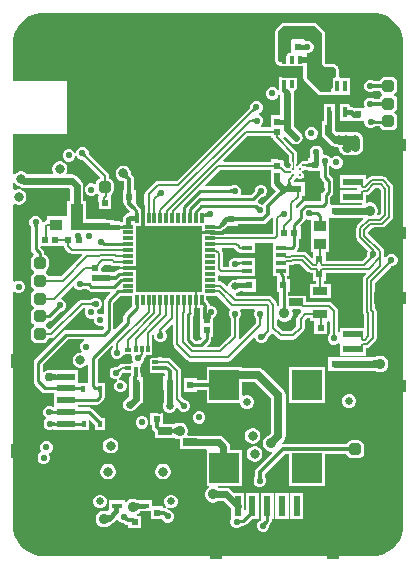
<source format=gbr>
%TF.GenerationSoftware,Altium Limited,Altium Designer,23.9.2 (47)*%
G04 Layer_Physical_Order=1*
G04 Layer_Color=255*
%FSLAX45Y45*%
%MOMM*%
%TF.SameCoordinates,C6D65D71-24B2-464F-8DE7-77A712877E08*%
%TF.FilePolarity,Positive*%
%TF.FileFunction,Copper,L1,Top,Signal*%
%TF.Part,Single*%
G01*
G75*
%TA.AperFunction,SMDPad,CuDef*%
%ADD10R,0.85000X0.30000*%
%ADD11R,0.30000X0.85000*%
%ADD12R,5.70000X5.70000*%
G04:AMPARAMS|DCode=13|XSize=1mm|YSize=1mm|CornerRadius=0.25mm|HoleSize=0mm|Usage=FLASHONLY|Rotation=90.000|XOffset=0mm|YOffset=0mm|HoleType=Round|Shape=RoundedRectangle|*
%AMROUNDEDRECTD13*
21,1,1.00000,0.50000,0,0,90.0*
21,1,0.50000,1.00000,0,0,90.0*
1,1,0.50000,0.25000,0.25000*
1,1,0.50000,0.25000,-0.25000*
1,1,0.50000,-0.25000,-0.25000*
1,1,0.50000,-0.25000,0.25000*
%
%ADD13ROUNDEDRECTD13*%
%TA.AperFunction,BGAPad,CuDef*%
%ADD14C,0.20000*%
%TA.AperFunction,SMDPad,CuDef*%
%ADD15R,0.62000X0.62000*%
%ADD16R,0.55000X0.60000*%
%TA.AperFunction,ConnectorPad*%
%ADD17R,2.70000X1.00000*%
%ADD18R,1.70000X0.60000*%
%TA.AperFunction,SMDPad,CuDef*%
%ADD19R,0.45000X0.95000*%
%ADD20R,0.35000X0.65000*%
%ADD21R,1.70000X1.10000*%
%ADD22R,0.62000X0.62000*%
%ADD23R,0.55000X0.60000*%
%ADD24R,1.65000X2.45000*%
%ADD25R,1.00000X2.70000*%
%ADD26R,0.60000X0.55000*%
%ADD27R,0.60000X1.70000*%
%ADD28R,0.85000X0.35000*%
%ADD29R,0.60000X0.30000*%
%ADD30R,1.10000X0.90000*%
%TA.AperFunction,ConnectorPad*%
%ADD31R,1.80000X1.20000*%
%TA.AperFunction,SMDPad,CuDef*%
%ADD32R,0.30000X0.60000*%
%ADD33R,1.20000X0.65000*%
%ADD34R,0.32000X0.51000*%
%TA.AperFunction,ConnectorPad*%
%ADD35R,1.55000X0.60000*%
%TA.AperFunction,SMDPad,CuDef*%
%ADD36R,0.84000X0.46000*%
%ADD37R,1.00000X0.90000*%
%ADD38R,2.50000X2.50000*%
%TA.AperFunction,Conductor*%
%ADD39C,0.25000*%
%ADD40C,0.20000*%
%ADD41C,0.30000*%
%ADD42C,0.62000*%
%ADD43C,0.35000*%
%ADD44C,0.50000*%
%ADD45C,0.45000*%
%ADD46C,0.10000*%
%ADD47C,0.40000*%
%ADD48C,0.55000*%
%ADD49C,0.15533*%
%ADD50C,0.70000*%
%ADD51C,0.80000*%
%ADD52C,0.25400*%
%ADD53C,0.60000*%
%ADD54C,0.46000*%
%ADD55C,1.00000*%
%TA.AperFunction,ComponentPad*%
%ADD56C,4.00000*%
%ADD57O,1.15800X2.31600*%
%ADD58O,1.20000X2.40000*%
%ADD59C,0.60000*%
%ADD60C,0.63000*%
%TA.AperFunction,ViaPad*%
%ADD61C,0.55000*%
%ADD62C,0.80000*%
%ADD63C,0.50000*%
%ADD64C,0.90000*%
%ADD65C,0.65000*%
%ADD66C,0.75000*%
G36*
X3195090Y4707739D02*
X3241315Y4688592D01*
X3282916Y4660795D01*
X3318295Y4625415D01*
X3346092Y4583814D01*
X3365239Y4537589D01*
X3375001Y4488517D01*
Y4463500D01*
Y376500D01*
Y351483D01*
X3365239Y302411D01*
X3346092Y256186D01*
X3318295Y214584D01*
X3282916Y179205D01*
X3241315Y151408D01*
X3195090Y132261D01*
X3146017Y122500D01*
X329000D01*
X303984Y122500D01*
X254911Y132261D01*
X208686Y151408D01*
X167085Y179205D01*
X131706Y214584D01*
X103909Y256186D01*
X84762Y302411D01*
X75001Y351483D01*
Y376500D01*
Y2353274D01*
X86734Y2358134D01*
X89415Y2355454D01*
X108858Y2347400D01*
X129902D01*
X149345Y2355454D01*
X164226Y2370335D01*
X172280Y2389778D01*
Y2410822D01*
X164226Y2430265D01*
X149345Y2445146D01*
X129902Y2453200D01*
X108858D01*
X89415Y2445146D01*
X86734Y2442466D01*
X75001Y2447326D01*
Y3095200D01*
X87701Y3102533D01*
X94136Y3098817D01*
X110770Y3094360D01*
X127990D01*
X144624Y3098817D01*
X159537Y3107427D01*
X171713Y3119603D01*
X180323Y3134516D01*
X184780Y3151150D01*
Y3168370D01*
X180323Y3185004D01*
X171713Y3199917D01*
X159537Y3212093D01*
X144624Y3220703D01*
X127990Y3225160D01*
X110770D01*
X94136Y3220703D01*
X87701Y3216987D01*
X75001Y3224320D01*
Y3274962D01*
X87701Y3278365D01*
X89907Y3274543D01*
X102083Y3262367D01*
X116996Y3253757D01*
X132495Y3249604D01*
X146292Y3240385D01*
X168298Y3236008D01*
X546905D01*
X553095Y3229818D01*
Y3211513D01*
X554200Y3205959D01*
Y3193028D01*
X553098Y3187485D01*
Y3127289D01*
X530203D01*
Y3005737D01*
X521002Y2997288D01*
X360202D01*
Y2962982D01*
X359696D01*
X345883Y2960234D01*
X334174Y2952410D01*
X329116Y2947352D01*
X316416Y2952613D01*
Y2957006D01*
X308362Y2976449D01*
X293482Y2991330D01*
X274039Y2999384D01*
X252994D01*
X233551Y2991330D01*
X218670Y2976449D01*
X210616Y2957006D01*
Y2935961D01*
X218670Y2916518D01*
X224127Y2911061D01*
X224556Y2910351D01*
X224655Y2910138D01*
X224703Y2910073D01*
X224715Y2910027D01*
X224771Y2909747D01*
X224874Y2908749D01*
Y2718984D01*
X227815Y2704196D01*
X236192Y2691660D01*
X246203Y2681648D01*
X244593Y2665298D01*
X238664Y2661336D01*
X227524Y2644665D01*
X223613Y2625000D01*
Y2575000D01*
X227524Y2555335D01*
X238664Y2538664D01*
X247683Y2532637D01*
Y2517363D01*
X238664Y2511336D01*
X227524Y2494665D01*
X223613Y2475000D01*
Y2425000D01*
X227524Y2405335D01*
X238664Y2388664D01*
X247683Y2382637D01*
Y2367363D01*
X238664Y2361336D01*
X227524Y2344665D01*
X223613Y2325000D01*
Y2275000D01*
X227524Y2255335D01*
X238664Y2238664D01*
X247683Y2232637D01*
Y2217363D01*
X238664Y2211336D01*
X227524Y2194665D01*
X223613Y2175000D01*
Y2125000D01*
X227524Y2105335D01*
X238664Y2088664D01*
X247683Y2082637D01*
Y2067363D01*
X238664Y2061336D01*
X227524Y2044665D01*
X223613Y2025000D01*
Y1975000D01*
X227524Y1955335D01*
X238664Y1938664D01*
X255335Y1927524D01*
X275000Y1923613D01*
X325000D01*
X344665Y1927524D01*
X361336Y1938664D01*
X372476Y1955335D01*
X374180Y1963907D01*
X397500D01*
X411312Y1966654D01*
X423022Y1974478D01*
X666435Y2217891D01*
X679494Y2216963D01*
X686008Y2206627D01*
X681160Y2194922D01*
Y2173878D01*
X689214Y2154435D01*
X704095Y2139554D01*
X723538Y2131500D01*
X744582D01*
X747368Y2132654D01*
X758688Y2123596D01*
Y2108277D01*
X766741Y2088835D01*
X781622Y2073954D01*
X801065Y2065900D01*
X822110D01*
X832577Y2070236D01*
X843895Y2062674D01*
X844644Y2049913D01*
X828374Y2033642D01*
X522500D01*
X507712Y2030701D01*
X495176Y2022324D01*
X257676Y1784824D01*
X249299Y1772288D01*
X246358Y1757500D01*
Y1600000D01*
X249299Y1585212D01*
X257676Y1572676D01*
X317915Y1512436D01*
X330451Y1504060D01*
X345239Y1501118D01*
X420757D01*
Y1391595D01*
X417283Y1388697D01*
X408057Y1384631D01*
X391522Y1391480D01*
X370478D01*
X351035Y1383426D01*
X336154Y1368545D01*
X328100Y1349102D01*
Y1328058D01*
X336154Y1308615D01*
X348692Y1296077D01*
X350773Y1291084D01*
X349734Y1280526D01*
X338694Y1269485D01*
X330640Y1250042D01*
Y1228998D01*
X338694Y1209555D01*
X353575Y1194674D01*
X373018Y1186620D01*
X394062D01*
X408057Y1192417D01*
X420302Y1185585D01*
X420757Y1184977D01*
Y1184361D01*
X626557D01*
Y1184360D01*
X629138Y1185684D01*
X711938D01*
Y1270777D01*
X724638Y1276037D01*
X767839Y1232836D01*
Y1185684D01*
X850639D01*
Y1287484D01*
X822488D01*
X742887Y1367085D01*
X730351Y1375461D01*
X715563Y1378403D01*
X626557D01*
Y1401118D01*
X784440D01*
X799228Y1404060D01*
X811765Y1412436D01*
X836563Y1437235D01*
X844940Y1449772D01*
X847881Y1464559D01*
Y1487627D01*
X850639D01*
Y1589427D01*
X787942D01*
Y1784854D01*
X904673Y1901585D01*
X916407Y1896724D01*
Y1881483D01*
X916406Y1881479D01*
X916314Y1881140D01*
X916218Y1880876D01*
X916113Y1880651D01*
X915978Y1880413D01*
X915789Y1880136D01*
X915506Y1879785D01*
X914440Y1878660D01*
X913274Y1876805D01*
X907654Y1871185D01*
X899600Y1851742D01*
Y1830697D01*
X907654Y1811254D01*
X922535Y1796374D01*
X941978Y1788320D01*
X963022D01*
X982465Y1796374D01*
X997346Y1811254D01*
X1001625Y1821585D01*
X1073028D01*
X1080084Y1811026D01*
X1077457Y1804683D01*
Y1783638D01*
X1085511Y1764195D01*
X1085588Y1764118D01*
X1080727Y1752385D01*
X992133D01*
Y1747982D01*
X978807Y1745331D01*
X967097Y1737507D01*
X953533Y1723942D01*
X952862Y1724220D01*
X931818D01*
X912375Y1716166D01*
X897494Y1701285D01*
X889440Y1681842D01*
Y1660798D01*
X897494Y1641355D01*
X912375Y1626474D01*
X931818Y1618420D01*
X952862D01*
X955981Y1606687D01*
X950475Y1604406D01*
X935594Y1589525D01*
X927540Y1570082D01*
Y1549038D01*
X935594Y1529595D01*
X950475Y1514714D01*
X969918Y1506660D01*
X990962D01*
X1010405Y1514714D01*
X1025286Y1529595D01*
X1033340Y1549038D01*
Y1570082D01*
X1025286Y1589525D01*
X1010405Y1604406D01*
X990962Y1612460D01*
X969918D01*
X966799Y1624193D01*
X972305Y1626474D01*
X987186Y1641355D01*
X995240Y1660798D01*
Y1661764D01*
X995292Y1661896D01*
X995733Y1662860D01*
X996220Y1663785D01*
X996761Y1664685D01*
X997356Y1665561D01*
X997730Y1666052D01*
X1003263Y1671585D01*
X1071341D01*
Y1654452D01*
X1069384Y1651523D01*
X1067110Y1640089D01*
X1056370D01*
Y1591005D01*
X1054887Y1583548D01*
Y1477383D01*
X1021058Y1443554D01*
X1020548Y1442791D01*
X1012635Y1434878D01*
X1003820Y1413597D01*
Y1390563D01*
X1012635Y1369282D01*
X1028922Y1352995D01*
X1050203Y1344180D01*
X1073237D01*
X1094518Y1352995D01*
X1110805Y1369282D01*
X1111775Y1371622D01*
X1153054Y1412902D01*
X1157698Y1419852D01*
X1168792D01*
Y1448008D01*
X1169897Y1453564D01*
X1169897Y1453565D01*
Y1583548D01*
X1169170Y1587200D01*
Y1640089D01*
X1154351D01*
X1153724Y1640853D01*
Y1696985D01*
X1152933Y1700964D01*
Y1746254D01*
X1160322Y1749315D01*
X1175203Y1764195D01*
X1183257Y1783638D01*
Y1793259D01*
X1183722Y1795710D01*
X1183709Y1797188D01*
X1183732Y1797506D01*
X1183763Y1797698D01*
X1183795Y1797826D01*
X1183831Y1797931D01*
X1183893Y1798068D01*
X1183974Y1798214D01*
X1188055Y1802294D01*
X1195878Y1814003D01*
X1197387Y1821585D01*
X1252932D01*
Y1932385D01*
X1248965D01*
Y1988339D01*
X1256601Y1994758D01*
X1267900Y1988434D01*
Y1973218D01*
X1275954Y1953775D01*
X1290835Y1938894D01*
X1310278Y1930840D01*
X1331322D01*
X1350765Y1938894D01*
X1365646Y1953775D01*
X1373700Y1973218D01*
Y1994262D01*
X1365646Y2013705D01*
X1360026Y2019326D01*
X1358860Y2021180D01*
X1357794Y2022305D01*
X1357511Y2022655D01*
X1357474Y2022710D01*
X1416933Y2082170D01*
X1428667Y2077309D01*
Y1913440D01*
X1431414Y1899628D01*
X1439238Y1887918D01*
X1549278Y1777878D01*
X1560988Y1770054D01*
X1574800Y1767307D01*
X1892300D01*
X1906112Y1770054D01*
X1917822Y1777878D01*
X2109750Y1969806D01*
X2121972Y1964067D01*
X2129537Y1945804D01*
X2144418Y1930923D01*
X2163861Y1922869D01*
X2184905D01*
X2204348Y1930923D01*
X2219229Y1945804D01*
X2227283Y1965247D01*
Y1966313D01*
X2227364Y1966522D01*
X2227798Y1967477D01*
X2228281Y1968399D01*
X2228810Y1969283D01*
X2229404Y1970160D01*
X2229770Y1970641D01*
X2258439Y1999310D01*
X2260635Y2002597D01*
X2273274Y2003842D01*
X2313818Y1963298D01*
X2325528Y1955474D01*
X2339340Y1952727D01*
X2443480D01*
X2457292Y1955474D01*
X2469002Y1963298D01*
X2532502Y2026798D01*
X2540326Y2038507D01*
X2543073Y2052320D01*
Y2116110D01*
X2563090Y2136127D01*
X2590080D01*
Y2114320D01*
X2613637D01*
X2623620Y2107760D01*
Y2001960D01*
X2734420D01*
Y2100253D01*
X2746885Y2108328D01*
X2752720Y2105683D01*
Y2002726D01*
X2752719Y2002722D01*
X2752627Y2002383D01*
X2752531Y2002118D01*
X2752427Y2001893D01*
X2752292Y2001655D01*
X2752103Y2001378D01*
X2751819Y2001027D01*
X2750754Y1999902D01*
X2749588Y1998048D01*
X2743967Y1992428D01*
X2735914Y1972985D01*
Y1951940D01*
X2743967Y1932497D01*
X2758848Y1917616D01*
X2778291Y1909562D01*
X2799336D01*
X2818779Y1917616D01*
X2825276Y1924113D01*
X2837976Y1918853D01*
Y1816844D01*
X3058776D01*
Y1883002D01*
X3066604D01*
X3079545Y1885576D01*
X3090516Y1892906D01*
X3141786Y1944176D01*
X3149116Y1955147D01*
X3151690Y1968088D01*
Y2190481D01*
X3149116Y2203422D01*
X3141786Y2214393D01*
X3141785Y2214393D01*
X3139426Y2216752D01*
Y2436282D01*
X3274130Y2570986D01*
X3274563Y2571220D01*
X3275311Y2571557D01*
X3276321Y2571933D01*
X3277273Y2572223D01*
X3281284Y2573094D01*
X3283601Y2573427D01*
X3283696Y2573460D01*
X3287122D01*
X3306565Y2581514D01*
X3321446Y2596395D01*
X3329500Y2615838D01*
Y2636882D01*
X3321446Y2656325D01*
X3306565Y2671206D01*
X3287122Y2679260D01*
X3266078D01*
X3246635Y2671206D01*
X3231754Y2656325D01*
X3231464Y2655625D01*
X3215253Y2649676D01*
X3214350Y2650104D01*
X3214350Y2650105D01*
Y2700361D01*
X3211776Y2713302D01*
X3204446Y2724273D01*
X3204445Y2724273D01*
X3082109Y2846609D01*
Y2866353D01*
X3112176Y2896419D01*
X3119431D01*
X3126508Y2897827D01*
X3195803D01*
X3208744Y2900401D01*
X3219715Y2907731D01*
X3283024Y2971041D01*
X3283025Y2971041D01*
X3290356Y2982012D01*
X3292930Y2994953D01*
X3292929Y2994954D01*
Y3245731D01*
X3290355Y3258672D01*
X3283025Y3269643D01*
X3283024Y3269643D01*
X3236964Y3315704D01*
X3226462Y3326205D01*
X3215492Y3333535D01*
X3202551Y3336109D01*
X3108707D01*
X3095766Y3333535D01*
X3084795Y3326205D01*
X3084795Y3326204D01*
X3069473Y3310882D01*
X3057740Y3315742D01*
Y3344276D01*
X2836940D01*
Y3233476D01*
X2982432D01*
X2986933Y3226376D01*
X2982432Y3219276D01*
X2836940D01*
Y3108476D01*
X3023095D01*
X3029883Y3095776D01*
X3029606Y3095362D01*
X2799257D01*
X2799256Y3095362D01*
X2794812Y3094478D01*
X2768264D01*
X2757841Y3107178D01*
X2758342Y3109697D01*
Y3157304D01*
X2772423Y3171386D01*
X2772424Y3171386D01*
X2780801Y3183923D01*
X2783742Y3198711D01*
Y3299680D01*
X2783742Y3299682D01*
X2780801Y3314469D01*
X2772424Y3327006D01*
X2751335Y3348095D01*
Y3422976D01*
X2763745Y3425445D01*
X2764139Y3425252D01*
X2765291Y3422472D01*
X2780171Y3407591D01*
X2799614Y3399538D01*
X2820659D01*
X2840102Y3407591D01*
X2854983Y3422472D01*
X2863037Y3441915D01*
Y3462960D01*
X2854983Y3482403D01*
X2840102Y3497284D01*
X2820659Y3505337D01*
X2799614D01*
X2780171Y3497284D01*
X2773672Y3490784D01*
X2758691Y3493763D01*
X2757539Y3496543D01*
X2742658Y3511424D01*
X2723216Y3519478D01*
X2702171D01*
X2693134Y3529481D01*
X2694500Y3532778D01*
Y3553822D01*
X2686446Y3573265D01*
X2671565Y3588146D01*
X2652122Y3596200D01*
X2631078D01*
X2611635Y3588146D01*
X2596754Y3573265D01*
X2588700Y3553822D01*
Y3532778D01*
X2590849Y3527591D01*
Y3513501D01*
X2587682Y3497580D01*
Y3489786D01*
X2572393D01*
Y3466806D01*
X2567674Y3465868D01*
X2554760D01*
X2543528Y3463633D01*
X2530920D01*
X2527434Y3462940D01*
X2523879D01*
X2520594Y3461579D01*
X2517108Y3460886D01*
X2514152Y3458911D01*
X2510867Y3457551D01*
X2508353Y3455037D01*
X2505398Y3453062D01*
X2503423Y3450107D01*
X2500909Y3447593D01*
X2499549Y3444308D01*
X2497574Y3441353D01*
X2488918Y3436713D01*
X2488190Y3436608D01*
X2477016Y3445588D01*
Y3449162D01*
X2479573Y3462020D01*
Y3528060D01*
X2476826Y3541873D01*
X2469002Y3553582D01*
X2362435Y3660149D01*
X2363272Y3666463D01*
X2376686Y3671010D01*
X2425678Y3622018D01*
X2444334Y3609552D01*
X2466340Y3605175D01*
X2488346Y3609552D01*
X2507002Y3622018D01*
X2519468Y3640674D01*
X2523845Y3662680D01*
X2519468Y3684686D01*
X2507002Y3703342D01*
X2449160Y3761185D01*
Y3899397D01*
Y4035584D01*
X2449211Y4035841D01*
X2448055Y4041652D01*
Y4056496D01*
X2478175D01*
Y4172296D01*
X2327375D01*
Y4118622D01*
X2326535Y4114396D01*
Y4081441D01*
X2324724Y4072339D01*
X2319564Y4069965D01*
X2312447Y4068482D01*
X2311992Y4068477D01*
X2298478Y4081991D01*
X2279035Y4090045D01*
X2257990D01*
X2238547Y4081991D01*
X2223666Y4067110D01*
X2215613Y4047667D01*
Y4026622D01*
X2223666Y4007179D01*
X2238547Y3992299D01*
X2257990Y3984245D01*
X2279035D01*
X2298478Y3992299D01*
X2313359Y4007179D01*
X2319877Y4022916D01*
X2330562Y4027469D01*
X2334112Y4027798D01*
X2334150Y4027768D01*
Y3899397D01*
Y3854560D01*
X2253420D01*
Y3750253D01*
X2173108D01*
X2170286Y3756229D01*
X2169215Y3762953D01*
X2182666Y3776404D01*
X2190719Y3795847D01*
Y3816892D01*
X2182666Y3836335D01*
X2167785Y3851216D01*
X2154314Y3856795D01*
Y3870542D01*
X2163565Y3874374D01*
X2178446Y3889255D01*
X2186500Y3908698D01*
Y3929742D01*
X2178446Y3949185D01*
X2163565Y3964066D01*
X2144122Y3972120D01*
X2123078D01*
X2103635Y3964066D01*
X2088754Y3949185D01*
X2080700Y3929742D01*
Y3921794D01*
X2080214Y3919658D01*
X2080171Y3918109D01*
X2080124Y3917662D01*
X2080062Y3917331D01*
X2079989Y3917069D01*
X2079902Y3916833D01*
X2079784Y3916579D01*
X2079610Y3916274D01*
X2079608Y3916272D01*
X1457618Y3294282D01*
X1296286D01*
X1282474Y3291535D01*
X1270764Y3283711D01*
X1194238Y3207185D01*
X1186414Y3195475D01*
X1183667Y3181663D01*
Y3048321D01*
X1179360D01*
Y2912520D01*
X1671860D01*
Y2870020D01*
X1807660D01*
Y2871778D01*
X1815680D01*
X1830468Y2874720D01*
X1843005Y2883096D01*
X1849395Y2889486D01*
X1856674Y2890934D01*
X1871692Y2900968D01*
X1886404Y2915680D01*
X1974100D01*
Y2928340D01*
X2185616D01*
X2202355Y2931669D01*
X2216545Y2941151D01*
X2262580Y2987186D01*
X2271686Y2983809D01*
X2274434Y2981681D01*
X2274407Y2981543D01*
Y2846514D01*
X1807660D01*
Y2850820D01*
X1671860D01*
Y2770020D01*
Y2670021D01*
Y2570021D01*
Y2470020D01*
Y2358320D01*
X1629360D01*
Y2222520D01*
X1656243D01*
X1658548Y2219712D01*
Y2178720D01*
X1656420D01*
Y2065920D01*
X1656545D01*
Y1978473D01*
X1664564D01*
X1669824Y1965773D01*
X1651420Y1947368D01*
X1611994D01*
X1595963Y1963400D01*
Y2151013D01*
X1603860Y2162834D01*
X1606802Y2177621D01*
X1605813Y2182589D01*
Y2222520D01*
X1610160D01*
Y2358320D01*
X1117660D01*
Y2470020D01*
Y2550820D01*
X981860D01*
Y2546563D01*
X970369D01*
X955581Y2543621D01*
X943044Y2535245D01*
X939087Y2531288D01*
X927820Y2526976D01*
Y2526976D01*
X927820Y2526976D01*
X875105D01*
X864248Y2529135D01*
X830508D01*
X824547Y2531605D01*
X817357D01*
Y2562698D01*
X842141Y2587483D01*
X899896D01*
X902080Y2585298D01*
X913789Y2577474D01*
X927602Y2574727D01*
X978464D01*
X980474Y2574327D01*
X981860D01*
Y2570021D01*
X1117660D01*
Y2620020D01*
Y2720020D01*
Y2820021D01*
Y2912520D01*
X1160160D01*
Y3048321D01*
X1154834D01*
X1152961Y3057732D01*
X1144585Y3070269D01*
X1144584Y3070269D01*
X1132513Y3082340D01*
X1124619Y3094155D01*
X1112760Y3106014D01*
Y3218700D01*
X1097551D01*
Y3309900D01*
X1094416Y3325663D01*
X1085487Y3339027D01*
X1075288Y3349225D01*
X1074376Y3350539D01*
X1073618Y3351837D01*
X1073021Y3353083D01*
X1072559Y3354299D01*
X1072207Y3355534D01*
X1071954Y3356825D01*
X1071799Y3358227D01*
X1071725Y3360776D01*
X1071240Y3362888D01*
Y3369030D01*
X1066783Y3385664D01*
X1058173Y3400577D01*
X1045997Y3412753D01*
X1031084Y3421363D01*
X1014450Y3425820D01*
X997230D01*
X980596Y3421363D01*
X965683Y3412753D01*
X953507Y3400577D01*
X944897Y3385664D01*
X940440Y3369030D01*
Y3351810D01*
X944897Y3335176D01*
X953507Y3320263D01*
X965683Y3308087D01*
X980596Y3299477D01*
X997230Y3295020D01*
X1003372D01*
X1005484Y3294535D01*
X1008033Y3294461D01*
X1009435Y3294306D01*
X1010726Y3294053D01*
X1011961Y3293701D01*
X1013177Y3293239D01*
X1014423Y3292642D01*
X1015168Y3292207D01*
Y3218700D01*
X999960D01*
Y3105900D01*
X1015168D01*
Y3104160D01*
X1018304Y3088397D01*
X1027233Y3075034D01*
X1059503Y3042764D01*
X1055323Y3028983D01*
X1046691Y3027266D01*
X1031673Y3017232D01*
X1031673Y3017231D01*
X1017028Y3002587D01*
X1006994Y2987569D01*
X1003470Y2969855D01*
X1003471Y2969854D01*
Y2950820D01*
X981861D01*
X981860Y2950821D01*
X979501Y2952368D01*
X978254Y2953187D01*
X970759Y2954677D01*
X970758Y2954678D01*
X970497Y2954729D01*
X960540Y2956710D01*
X927820D01*
Y2968040D01*
X880501D01*
X870545Y2970020D01*
X781097D01*
X780609Y2970347D01*
X758602Y2974724D01*
X691002D01*
Y3127289D01*
X668107D01*
Y3187485D01*
X667000Y3193051D01*
Y3205959D01*
X668105Y3211513D01*
Y3253638D01*
X667000Y3259192D01*
Y3267913D01*
X665266D01*
X663728Y3275644D01*
X651262Y3294300D01*
X611387Y3334175D01*
X592731Y3346641D01*
X570725Y3351018D01*
X531854D01*
X524521Y3363718D01*
X528943Y3371376D01*
X533400Y3388010D01*
Y3405230D01*
X528943Y3421863D01*
X520333Y3436776D01*
X508156Y3448953D01*
X493243Y3457563D01*
X476610Y3462020D01*
X459390D01*
X442756Y3457563D01*
X427843Y3448953D01*
X415667Y3436776D01*
X407057Y3421863D01*
X402600Y3405230D01*
Y3388010D01*
X407057Y3371376D01*
X411478Y3363718D01*
X404146Y3351018D01*
X196789D01*
X194573Y3354857D01*
X182397Y3367033D01*
X167484Y3375643D01*
X150850Y3380100D01*
X133630D01*
X116996Y3375643D01*
X102083Y3367033D01*
X89907Y3354857D01*
X87701Y3351035D01*
X75001Y3354438D01*
Y3690000D01*
X527501D01*
Y4145000D01*
X75001D01*
Y4463499D01*
X75000Y4488516D01*
X84761Y4537589D01*
X103908Y4583814D01*
X131705Y4625416D01*
X167084Y4660795D01*
X208685Y4688592D01*
X254911Y4707739D01*
X303983Y4717500D01*
X329000Y4717500D01*
X3121001Y4717500D01*
X3146017D01*
X3195090Y4707739D01*
D02*
G37*
G36*
X2133325Y3891721D02*
X2130769Y3891651D01*
X2128283Y3891389D01*
X2125866Y3890934D01*
X2123518Y3890287D01*
X2121240Y3889448D01*
X2119031Y3888416D01*
X2116892Y3887192D01*
X2114822Y3885776D01*
X2112821Y3884168D01*
X2110890Y3882368D01*
X2096748Y3896510D01*
X2098548Y3898441D01*
X2100156Y3900442D01*
X2101572Y3902512D01*
X2102796Y3904651D01*
X2103828Y3906860D01*
X2104667Y3909138D01*
X2105314Y3911486D01*
X2105769Y3913903D01*
X2106031Y3916389D01*
X2106101Y3918945D01*
X2133325Y3891721D01*
D02*
G37*
G36*
X2118181Y3787120D02*
X2116324Y3788877D01*
X2114380Y3790450D01*
X2112349Y3791837D01*
X2110232Y3793040D01*
X2108028Y3794057D01*
X2105736Y3794890D01*
X2103358Y3795537D01*
X2100893Y3796000D01*
X2098341Y3796277D01*
X2095702Y3796370D01*
Y3816370D01*
X2098341Y3816462D01*
X2100893Y3816740D01*
X2103358Y3817202D01*
X2105736Y3817850D01*
X2108028Y3818682D01*
X2110232Y3819699D01*
X2112349Y3820902D01*
X2114380Y3822290D01*
X2116324Y3823862D01*
X2118181Y3825619D01*
Y3787120D01*
D02*
G37*
G36*
X2730661Y3445534D02*
X2729513Y3443967D01*
X2728501Y3442238D01*
X2727623Y3440346D01*
X2726881Y3438292D01*
X2726273Y3436075D01*
X2725800Y3433696D01*
X2725463Y3431154D01*
X2725260Y3428450D01*
X2725193Y3425583D01*
X2700193D01*
X2700126Y3428450D01*
X2699586Y3433696D01*
X2699113Y3436075D01*
X2698506Y3438292D01*
X2697763Y3440346D01*
X2696886Y3442238D01*
X2695873Y3443967D01*
X2694726Y3445534D01*
X2693443Y3446939D01*
X2731943D01*
X2730661Y3445534D01*
D02*
G37*
G36*
X2253420Y3658760D02*
X2271512D01*
X2272974Y3651408D01*
X2280798Y3639698D01*
X2407387Y3513110D01*
Y3462020D01*
X2410134Y3448208D01*
X2415024Y3440889D01*
Y3416914D01*
X2410931Y3407033D01*
X2391533D01*
X2370554Y3428012D01*
X2363006Y3433056D01*
Y3477890D01*
X2257206D01*
Y3458584D01*
X1855249D01*
X1850389Y3470317D01*
X2058138Y3678067D01*
X2253420D01*
Y3658760D01*
D02*
G37*
G36*
X2554760Y3388583D02*
X2566198D01*
X2572393Y3387351D01*
Y3376986D01*
X2674051D01*
Y3332089D01*
X2676992Y3317301D01*
X2685369Y3304764D01*
X2706458Y3283675D01*
Y3214717D01*
X2692376Y3200635D01*
X2683999Y3188099D01*
X2681058Y3173311D01*
Y3126642D01*
X2554601D01*
X2554600Y3126642D01*
X2539812Y3123701D01*
X2527276Y3115324D01*
X2527275Y3115323D01*
X2485376Y3073424D01*
X2478973Y3063842D01*
X2466273Y3067108D01*
Y3091446D01*
X2510687Y3135859D01*
X2518511Y3147569D01*
X2521259Y3161381D01*
Y3171303D01*
X2541565D01*
Y3284103D01*
X2456487D01*
X2451227Y3296803D01*
X2471542Y3317118D01*
X2482567Y3312629D01*
X2495578Y3307240D01*
X2509661D01*
X2522672Y3312629D01*
X2532630Y3322587D01*
X2538020Y3335599D01*
Y3349681D01*
X2532630Y3362693D01*
X2524383Y3370940D01*
X2532630Y3379187D01*
X2537708Y3391447D01*
X2540364D01*
X2554760Y3388583D01*
D02*
G37*
G36*
X1045943Y3356422D02*
X1046332Y3352908D01*
X1047003Y3349478D01*
X1047959Y3346133D01*
X1049197Y3342872D01*
X1050718Y3339696D01*
X1052523Y3336604D01*
X1054611Y3333597D01*
X1056983Y3330674D01*
X1059637Y3327836D01*
X1038424Y3306623D01*
X1035586Y3309277D01*
X1032663Y3311649D01*
X1029656Y3313737D01*
X1026564Y3315542D01*
X1023388Y3317063D01*
X1020127Y3318301D01*
X1016782Y3319257D01*
X1013352Y3319928D01*
X1009838Y3320317D01*
X1006240Y3320422D01*
X1045838Y3360020D01*
X1045943Y3356422D01*
D02*
G37*
G36*
X1925684Y3192202D02*
X1924498Y3193678D01*
X1923124Y3194999D01*
X1921563Y3196164D01*
X1919815Y3197174D01*
X1917878Y3198029D01*
X1915755Y3198728D01*
X1913443Y3199272D01*
X1910944Y3199660D01*
X1908258Y3199893D01*
X1905385Y3199971D01*
X1910026Y3224971D01*
X1912903Y3225023D01*
X1918198Y3225441D01*
X1920616Y3225807D01*
X1922882Y3226277D01*
X1924995Y3226851D01*
X1926954Y3227531D01*
X1928761Y3228314D01*
X1930415Y3229202D01*
X1931916Y3230195D01*
X1925684Y3192202D01*
D02*
G37*
G36*
X2172739Y3183623D02*
X2170839Y3183537D01*
X2168919Y3183241D01*
X2166980Y3182734D01*
X2165022Y3182016D01*
X2163044Y3181089D01*
X2161047Y3179950D01*
X2159031Y3178602D01*
X2156995Y3177044D01*
X2154940Y3175275D01*
X2152865Y3173295D01*
X2135187Y3190973D01*
X2137166Y3193048D01*
X2140494Y3197139D01*
X2141842Y3199156D01*
X2142980Y3201153D01*
X2143908Y3203130D01*
X2144625Y3205089D01*
X2145132Y3207027D01*
X2145429Y3208947D01*
X2145515Y3210847D01*
X2172739Y3183623D01*
D02*
G37*
G36*
X2359547Y3182360D02*
X2358966Y3182249D01*
X2358203Y3181906D01*
X2357257Y3181331D01*
X2356128Y3180525D01*
X2353325Y3178216D01*
X2349792Y3174980D01*
X2345529Y3170817D01*
X2320781Y3195566D01*
X2322978Y3197788D01*
X2331295Y3207293D01*
X2331870Y3208239D01*
X2332213Y3209002D01*
X2332324Y3209583D01*
X2359547Y3182360D01*
D02*
G37*
G36*
X1323744Y3167825D02*
X1321176Y3167604D01*
X1318681Y3167209D01*
X1316259Y3166639D01*
X1313908Y3165895D01*
X1311631Y3164975D01*
X1309425Y3163882D01*
X1307292Y3162613D01*
X1305231Y3161170D01*
X1303242Y3159551D01*
X1301326Y3157759D01*
X1286255Y3170972D01*
X1288063Y3172917D01*
X1289662Y3174928D01*
X1291051Y3177003D01*
X1292231Y3179142D01*
X1293201Y3181346D01*
X1293962Y3183615D01*
X1294513Y3185948D01*
X1294855Y3188346D01*
X1294987Y3190809D01*
X1294910Y3193336D01*
X1323744Y3167825D01*
D02*
G37*
G36*
X2257206Y3342700D02*
X2256170Y3337490D01*
Y3277894D01*
X2260275Y3257254D01*
X2271967Y3239756D01*
X2299914Y3211809D01*
X2202791Y3114685D01*
X2194801Y3102728D01*
X2193309Y3100495D01*
X2179536Y3096350D01*
X2171342Y3099744D01*
X2163625D01*
X2162817Y3099944D01*
X2162597Y3100024D01*
X2162519Y3100036D01*
X2162480Y3100058D01*
X2162239Y3100219D01*
X2161461Y3100852D01*
X2153969Y3108344D01*
X2147301Y3112799D01*
X2144595Y3128055D01*
X2173945Y3157404D01*
X2174115Y3157535D01*
X2174673Y3157908D01*
X2174713Y3157931D01*
X2174791Y3157943D01*
X2175011Y3158023D01*
X2175819Y3158222D01*
X2183536D01*
X2202979Y3166276D01*
X2217860Y3181156D01*
X2225914Y3200599D01*
Y3221644D01*
X2217860Y3241087D01*
X2202979Y3255968D01*
X2183536Y3264022D01*
X2162491D01*
X2143048Y3255968D01*
X2128167Y3241087D01*
X2120114Y3221644D01*
Y3213927D01*
X2119914Y3213119D01*
X2119834Y3212899D01*
X2119822Y3212821D01*
X2119800Y3212782D01*
X2119639Y3212541D01*
X2119006Y3211763D01*
X2088506Y3181262D01*
X2005785D01*
X1998729Y3191822D01*
X2001080Y3197498D01*
Y3218542D01*
X1993026Y3237985D01*
X1978145Y3252866D01*
X1958702Y3260920D01*
X1937658D01*
X1918215Y3252866D01*
X1916816Y3251467D01*
X1916045Y3251307D01*
X1915241Y3251186D01*
X1914323Y3251113D01*
X1705851D01*
X1700990Y3262846D01*
X1824541Y3386397D01*
X2257206D01*
Y3342700D01*
D02*
G37*
G36*
X2142746Y3082692D02*
X2146837Y3079364D01*
X2148854Y3078016D01*
X2150851Y3076878D01*
X2152828Y3075950D01*
X2154787Y3075233D01*
X2156725Y3074726D01*
X2158645Y3074429D01*
X2160545Y3074343D01*
X2133321Y3047119D01*
X2133235Y3049019D01*
X2132939Y3050939D01*
X2132432Y3052878D01*
X2131714Y3054836D01*
X2130787Y3056814D01*
X2129649Y3058810D01*
X2128300Y3060827D01*
X2126742Y3062863D01*
X2124973Y3064918D01*
X2122993Y3066993D01*
X2140671Y3084671D01*
X2142746Y3082692D01*
D02*
G37*
G36*
X3063080Y3009140D02*
X3036412Y3008876D01*
X3026553Y3068876D01*
X3031673Y3068904D01*
X3052031Y3070254D01*
X3053697Y3070676D01*
X3054870Y3071154D01*
X3055549Y3071688D01*
X3063080Y3009140D01*
D02*
G37*
G36*
X3189444Y3216873D02*
Y3023811D01*
X3171636Y3006003D01*
X3165461Y3006643D01*
X3161723Y3011160D01*
X3157609Y3020015D01*
X3161620Y3034987D01*
Y3053524D01*
X3156823Y3071429D01*
X3147554Y3087482D01*
X3134447Y3100589D01*
X3118394Y3109858D01*
X3100489Y3114655D01*
X3081952D01*
X3070440Y3111571D01*
X3058702Y3119183D01*
X3057740Y3120862D01*
Y3174633D01*
X3065568D01*
X3078509Y3177208D01*
X3089479Y3184538D01*
X3137565Y3232624D01*
X3173693D01*
X3189444Y3216873D01*
D02*
G37*
G36*
X2600902Y3038811D02*
X2602438Y3037697D01*
X2604143Y3036715D01*
X2606016Y3035863D01*
X2608057Y3035143D01*
X2610266Y3034553D01*
X2612644Y3034095D01*
X2615190Y3033767D01*
X2617904Y3033571D01*
X2620786Y3033505D01*
Y3008105D01*
X2617904Y3008040D01*
X2612644Y3007516D01*
X2610266Y3007057D01*
X2608057Y3006468D01*
X2606016Y3005747D01*
X2604143Y3004896D01*
X2602438Y3003913D01*
X2600902Y3002800D01*
X2599533Y3001555D01*
Y3040055D01*
X2600902Y3038811D01*
D02*
G37*
G36*
X1726265Y2992740D02*
X1724764Y2993725D01*
X1723110Y2994605D01*
X1721303Y2995382D01*
X1719343Y2996056D01*
X1717230Y2996625D01*
X1714964Y2997092D01*
X1712545Y2997454D01*
X1707249Y2997869D01*
X1704371Y2997920D01*
X1699611Y3022921D01*
X1702486Y3022998D01*
X1705171Y3023232D01*
X1707669Y3023621D01*
X1709978Y3024166D01*
X1712099Y3024867D01*
X1714032Y3025724D01*
X1715777Y3026736D01*
X1717333Y3027904D01*
X1718701Y3029228D01*
X1719881Y3030707D01*
X1726265Y2992740D01*
D02*
G37*
G36*
X3040064Y2970658D02*
X2988528Y2919122D01*
X2981198Y2908152D01*
X2978624Y2895211D01*
Y2817751D01*
X2981198Y2804810D01*
X2988528Y2793839D01*
X3076095Y2706272D01*
X3075021Y2705198D01*
X3066967Y2685755D01*
Y2664710D01*
X3068791Y2660307D01*
X3068804Y2660147D01*
X3030880Y2622223D01*
X2718420D01*
Y2690880D01*
X2730192Y2693120D01*
X2744940D01*
Y2833919D01*
X2744940D01*
Y2843121D01*
X2744940D01*
Y2981678D01*
X2798027D01*
X2798457Y2981592D01*
X2798887Y2981678D01*
X2854857D01*
Y2982391D01*
X3035203D01*
X3040064Y2970658D01*
D02*
G37*
G36*
X2569372Y2967905D02*
X2590417D01*
X2594140Y2965417D01*
Y2843121D01*
X2594140D01*
Y2833919D01*
X2594140D01*
Y2693120D01*
X2600848D01*
X2612620Y2690880D01*
Y2650268D01*
X2600887Y2645408D01*
X2558284Y2688011D01*
X2547313Y2695342D01*
X2534372Y2697916D01*
X2478425D01*
X2473164Y2710616D01*
X2482824Y2720276D01*
X2491201Y2732812D01*
X2494142Y2747600D01*
Y2804600D01*
X2510900D01*
Y2910400D01*
X2510900D01*
X2506287Y2921538D01*
X2540024Y2955275D01*
X2540024Y2955276D01*
X2548401Y2967812D01*
X2557655Y2972759D01*
X2569372Y2967905D01*
D02*
G37*
G36*
X281484Y2925440D02*
X280336Y2923874D01*
X279324Y2922144D01*
X278446Y2920252D01*
X277704Y2918198D01*
X277096Y2915981D01*
X276624Y2913602D01*
X276286Y2911060D01*
X276084Y2908356D01*
X276016Y2905489D01*
X251016D01*
X250949Y2908356D01*
X250409Y2913602D01*
X249936Y2915981D01*
X249329Y2918198D01*
X248586Y2920252D01*
X247709Y2922144D01*
X246696Y2923874D01*
X245549Y2925440D01*
X244266Y2926845D01*
X282766D01*
X281484Y2925440D01*
D02*
G37*
G36*
X2276740Y2688580D02*
Y2623580D01*
Y2558580D01*
Y2493580D01*
X2302858D01*
X2303639Y2489652D01*
X2308685Y2482100D01*
X2303540Y2469400D01*
X2303540D01*
Y2356600D01*
X2326518D01*
Y2236767D01*
X2321711Y2233220D01*
X2309011Y2239631D01*
Y2249955D01*
X2306263Y2263768D01*
X2298439Y2275477D01*
X2263292Y2310625D01*
X2251582Y2318448D01*
X2237770Y2321196D01*
X1969108D01*
X1957097Y2333207D01*
X1961957Y2344940D01*
X1962237D01*
X1983518Y2353755D01*
X1993925Y2364162D01*
X2015680D01*
Y2356600D01*
X2128480D01*
Y2469400D01*
X2015680D01*
Y2461838D01*
X1966292D01*
X1960771Y2460740D01*
X1939203D01*
X1917922Y2451925D01*
X1901635Y2435638D01*
X1892820Y2414357D01*
Y2414077D01*
X1881087Y2409217D01*
X1854362Y2435942D01*
X1842652Y2443766D01*
X1828840Y2446514D01*
X1807660D01*
Y2491390D01*
X1820360Y2498178D01*
X1821983Y2497094D01*
X1835796Y2494347D01*
X1986740D01*
Y2493580D01*
X2122540D01*
Y2558580D01*
Y2644380D01*
X1986740D01*
Y2644380D01*
X1974040Y2640939D01*
X1961242Y2646240D01*
X1940198D01*
X1920755Y2638186D01*
X1905874Y2623305D01*
X1897820Y2603862D01*
Y2582818D01*
X1900191Y2577093D01*
X1893135Y2566533D01*
X1850746D01*
X1848353Y2568927D01*
Y2632989D01*
X1848354Y2632994D01*
Y2687847D01*
X1845606Y2701659D01*
X1838946Y2711627D01*
X1842501Y2724327D01*
X1946489D01*
X1946618Y2724199D01*
X1951782Y2720748D01*
X1966572Y2705958D01*
X1978282Y2698134D01*
X1986740Y2696452D01*
Y2688580D01*
X2122540D01*
Y2774327D01*
X2276740D01*
Y2688580D01*
D02*
G37*
G36*
X3127981Y2648957D02*
X3124730Y2647902D01*
X3116096Y2644470D01*
X3113592Y2643237D01*
X3109144Y2640639D01*
X3107200Y2639273D01*
X3105443Y2637862D01*
X3103872Y2636408D01*
X3089191Y2643693D01*
X3090879Y2645565D01*
X3092294Y2647530D01*
X3093435Y2649587D01*
X3094302Y2651738D01*
X3094896Y2653982D01*
X3095216Y2656318D01*
X3095262Y2658748D01*
X3095035Y2661270D01*
X3094534Y2663886D01*
X3093759Y2666594D01*
X3127981Y2648957D01*
D02*
G37*
G36*
X3279919Y2599061D02*
X3276690Y2598597D01*
X3270740Y2597305D01*
X3268020Y2596477D01*
X3265468Y2595526D01*
X3263087Y2594455D01*
X3260875Y2593262D01*
X3258832Y2591947D01*
X3256959Y2590510D01*
X3255255Y2588952D01*
X3242761Y2598425D01*
X3244408Y2600246D01*
X3245836Y2602198D01*
X3247044Y2604280D01*
X3248034Y2606491D01*
X3248805Y2608833D01*
X3249356Y2611306D01*
X3249689Y2613908D01*
X3249803Y2616640D01*
X3249697Y2619503D01*
X3249373Y2622496D01*
X3279919Y2599061D01*
D02*
G37*
G36*
X1969406Y2613788D02*
X1971572Y2612450D01*
X1973793Y2611268D01*
X1976067Y2610245D01*
X1978396Y2609379D01*
X1980778Y2608670D01*
X1983214Y2608118D01*
X1985705Y2607725D01*
X1988250Y2607489D01*
X1990848Y2607410D01*
X1994073Y2587410D01*
X1991397Y2587308D01*
X1988848Y2587002D01*
X1986425Y2586492D01*
X1984128Y2585778D01*
X1981956Y2584859D01*
X1979911Y2583737D01*
X1977992Y2582411D01*
X1976199Y2580881D01*
X1974532Y2579147D01*
X1972991Y2577208D01*
X1967294Y2615284D01*
X1969406Y2613788D01*
D02*
G37*
G36*
X482227Y2741551D02*
X503843D01*
X505281Y2734321D01*
X513105Y2722611D01*
X545818Y2689899D01*
X557527Y2682075D01*
X571339Y2679327D01*
X653350D01*
X658210Y2667594D01*
X477950Y2487333D01*
X373934D01*
X372476Y2494665D01*
X361336Y2511336D01*
X352317Y2517363D01*
Y2532637D01*
X361336Y2538664D01*
X372476Y2555335D01*
X376387Y2575000D01*
Y2625000D01*
X372476Y2644665D01*
X361336Y2661336D01*
X344665Y2672475D01*
X338642Y2673673D01*
Y2682500D01*
X335701Y2697288D01*
X327324Y2709824D01*
X327323Y2709825D01*
X304831Y2732317D01*
X308611Y2745017D01*
X482227D01*
Y2741551D01*
D02*
G37*
G36*
X661873Y2438713D02*
X663178Y2437359D01*
X664680Y2436164D01*
X666378Y2435128D01*
X668273Y2434252D01*
X670365Y2433535D01*
X672653Y2432977D01*
X675137Y2432579D01*
X677819Y2432340D01*
X680696Y2432260D01*
X674620Y2407260D01*
X671734Y2407213D01*
X666425Y2406838D01*
X664004Y2406510D01*
X659625Y2405573D01*
X657668Y2404964D01*
X655867Y2404262D01*
X654220Y2403465D01*
X652728Y2402575D01*
X660764Y2440227D01*
X661873Y2438713D01*
D02*
G37*
G36*
X2000286Y2390500D02*
X1996587Y2390480D01*
X1982132Y2389513D01*
X1981012Y2389211D01*
X1980261Y2388868D01*
X1979878Y2388486D01*
X1965654Y2431706D01*
X2001091Y2435500D01*
X2000286Y2390500D01*
D02*
G37*
G36*
X751270Y2236608D02*
X749413Y2238366D01*
X747469Y2239938D01*
X745439Y2241326D01*
X743321Y2242528D01*
X741117Y2243546D01*
X738826Y2244378D01*
X736447Y2245026D01*
X733982Y2245488D01*
X731430Y2245766D01*
X728792Y2245858D01*
Y2265858D01*
X731430Y2265951D01*
X733982Y2266228D01*
X736447Y2266691D01*
X738826Y2267338D01*
X741117Y2268171D01*
X743321Y2269188D01*
X745439Y2270391D01*
X747469Y2271778D01*
X749413Y2273351D01*
X751270Y2275108D01*
Y2236608D01*
D02*
G37*
G36*
X469625Y2215321D02*
X467725Y2215235D01*
X465806Y2214939D01*
X463867Y2214432D01*
X461908Y2213714D01*
X459931Y2212787D01*
X457934Y2211649D01*
X455917Y2210300D01*
X453881Y2208742D01*
X451826Y2206973D01*
X449751Y2204994D01*
X432074Y2222671D01*
X434053Y2224746D01*
X437380Y2228837D01*
X438729Y2230854D01*
X439867Y2232851D01*
X440794Y2234828D01*
X441512Y2236787D01*
X442019Y2238726D01*
X442315Y2240645D01*
X442401Y2242545D01*
X469625Y2215321D01*
D02*
G37*
G36*
X589536Y2403158D02*
X592694Y2395535D01*
X607575Y2380654D01*
X627018Y2372600D01*
X648062D01*
X667505Y2380654D01*
X667660Y2380809D01*
X668459Y2380979D01*
X669077Y2381063D01*
X669847Y2381118D01*
X698571D01*
X709252Y2370436D01*
X709253Y2370436D01*
X721790Y2362059D01*
X736577Y2359117D01*
X736578Y2359118D01*
X890876D01*
X895736Y2347384D01*
X856596Y2308244D01*
X848219Y2295708D01*
X845278Y2280920D01*
Y2175850D01*
X832577Y2167364D01*
X822110Y2171700D01*
X801065D01*
X798280Y2170546D01*
X786960Y2179604D01*
Y2194922D01*
X783309Y2203736D01*
X800874Y2211012D01*
X815755Y2225893D01*
X823809Y2245336D01*
Y2266381D01*
X815755Y2285824D01*
X800874Y2300705D01*
X781431Y2308758D01*
X760386D01*
X740943Y2300705D01*
X735323Y2295084D01*
X733469Y2293918D01*
X732343Y2292853D01*
X731993Y2292570D01*
X731716Y2292380D01*
X731477Y2292244D01*
X731253Y2292141D01*
X730990Y2292045D01*
X730648Y2291952D01*
X730645Y2291952D01*
X653358D01*
X639546Y2289204D01*
X627836Y2281380D01*
X386370Y2039913D01*
X372775Y2043157D01*
X372476Y2044665D01*
X361336Y2061336D01*
X352317Y2067363D01*
Y2082637D01*
X361336Y2088664D01*
X372476Y2105335D01*
X373673Y2111358D01*
X377080D01*
X391868Y2114299D01*
X404404Y2122676D01*
X470830Y2189102D01*
X471001Y2189233D01*
X471559Y2189606D01*
X471599Y2189629D01*
X471677Y2189641D01*
X471897Y2189721D01*
X472705Y2189920D01*
X480422D01*
X499865Y2197974D01*
X514746Y2212855D01*
X522800Y2232298D01*
Y2253342D01*
X514746Y2272785D01*
X499865Y2287666D01*
X483747Y2294343D01*
X478897Y2307453D01*
X577080Y2405636D01*
X589536Y2403158D01*
D02*
G37*
G36*
X1748242Y2159324D02*
X1747402Y2159144D01*
X1746650Y2158643D01*
X1745987Y2157820D01*
X1745412Y2156678D01*
X1744926Y2155214D01*
X1744528Y2153429D01*
X1744218Y2151323D01*
X1743997Y2148897D01*
X1743820Y2143082D01*
X1713820Y2150251D01*
X1720534Y2182085D01*
X1748242Y2159324D01*
D02*
G37*
G36*
X2184112Y2150204D02*
X2182540Y2148261D01*
X2181152Y2146230D01*
X2179950Y2144113D01*
X2178932Y2141908D01*
X2178100Y2139617D01*
X2177453Y2137239D01*
X2176990Y2134773D01*
X2176712Y2132222D01*
X2176620Y2129583D01*
X2156620D01*
X2156528Y2132222D01*
X2156250Y2134773D01*
X2155787Y2137239D01*
X2155140Y2139617D01*
X2154308Y2141908D01*
X2153290Y2144113D01*
X2152088Y2146230D01*
X2150700Y2148261D01*
X2149128Y2150204D01*
X2147370Y2152061D01*
X2185870D01*
X2184112Y2150204D01*
D02*
G37*
G36*
X1968212D02*
X1966640Y2148261D01*
X1965252Y2146230D01*
X1964050Y2144113D01*
X1963032Y2141908D01*
X1962200Y2139617D01*
X1961553Y2137239D01*
X1961090Y2134773D01*
X1960812Y2132222D01*
X1960720Y2129583D01*
X1940720D01*
X1940628Y2132222D01*
X1940350Y2134773D01*
X1939887Y2137239D01*
X1939240Y2139617D01*
X1938408Y2141908D01*
X1937390Y2144113D01*
X1936188Y2146230D01*
X1934800Y2148261D01*
X1933228Y2150204D01*
X1931470Y2152061D01*
X1969970D01*
X1968212Y2150204D01*
D02*
G37*
G36*
X2500958Y2209198D02*
X2510043Y2203128D01*
X2513021Y2192652D01*
X2513196Y2188320D01*
X2481458Y2156582D01*
X2473634Y2144872D01*
X2470887Y2131060D01*
Y2067270D01*
X2428530Y2024913D01*
X2354290D01*
X2309011Y2070193D01*
Y2117968D01*
X2321711Y2123229D01*
X2327153Y2117786D01*
X2343207Y2108518D01*
X2361112Y2103720D01*
X2379649D01*
X2397553Y2108518D01*
X2413607Y2117786D01*
X2426714Y2130893D01*
X2435982Y2146947D01*
X2440780Y2164852D01*
Y2183389D01*
X2436967Y2197620D01*
X2443846Y2210320D01*
X2499836D01*
X2500958Y2209198D01*
D02*
G37*
G36*
X1079360Y2236369D02*
X1016616Y2173624D01*
X1008239Y2161088D01*
X1005298Y2146300D01*
Y2111506D01*
X935262Y2041471D01*
X922562Y2046731D01*
Y2264914D01*
X971652Y2314004D01*
X981860Y2320021D01*
X1079360D01*
Y2236369D01*
D02*
G37*
G36*
X2571302Y2528642D02*
X2571302Y2528642D01*
X2582273Y2521311D01*
X2595214Y2518737D01*
X2612620D01*
Y2450080D01*
X2641664D01*
Y2422120D01*
X2590080D01*
Y2306320D01*
X2760880D01*
Y2422120D01*
X2709296D01*
Y2450080D01*
X2718420D01*
Y2518737D01*
X3058936D01*
X3063796Y2507004D01*
X3045845Y2489052D01*
X3038514Y2478081D01*
X3035940Y2465140D01*
Y2187895D01*
X3038514Y2174953D01*
X3045845Y2163983D01*
X3048204Y2161623D01*
Y2052644D01*
X2837976D01*
Y2020406D01*
X2825276Y2013134D01*
X2825263Y2013142D01*
X2824907Y2013835D01*
Y2193813D01*
X2822159Y2207625D01*
X2814335Y2219335D01*
X2773428Y2260242D01*
X2761719Y2268066D01*
X2747906Y2270813D01*
X2550880D01*
Y2326120D01*
X2403802D01*
Y2356600D01*
X2416340D01*
Y2469400D01*
X2393222D01*
Y2489199D01*
X2393223Y2489200D01*
X2396817Y2493580D01*
X2412540D01*
Y2582237D01*
X2429326D01*
X2442267Y2584811D01*
X2453238Y2592142D01*
X2455526Y2594430D01*
X2505514D01*
X2571302Y2528642D01*
D02*
G37*
G36*
X1330892Y2023218D02*
X1331170Y2020667D01*
X1331633Y2018201D01*
X1332280Y2015823D01*
X1333112Y2013532D01*
X1334130Y2011327D01*
X1335332Y2009210D01*
X1336720Y2007179D01*
X1338292Y2005236D01*
X1340050Y2003379D01*
X1301550D01*
X1303308Y2005236D01*
X1304880Y2007179D01*
X1306268Y2009210D01*
X1307470Y2011327D01*
X1308488Y2013532D01*
X1309320Y2015823D01*
X1309967Y2018201D01*
X1310430Y2020667D01*
X1310708Y2023218D01*
X1310800Y2025857D01*
X1330800D01*
X1330892Y2023218D01*
D02*
G37*
G36*
X2213308Y1991080D02*
X2211537Y1989214D01*
X2209888Y1987279D01*
X2208363Y1985276D01*
X2206960Y1983204D01*
X2205680Y1981064D01*
X2204523Y1978856D01*
X2203488Y1976579D01*
X2202576Y1974234D01*
X2201787Y1971821D01*
X2201121Y1969339D01*
X2181346Y2002373D01*
X2183699Y2001881D01*
X2186010Y2001647D01*
X2188280Y2001672D01*
X2190509Y2001955D01*
X2192697Y2002496D01*
X2194843Y2003295D01*
X2196949Y2004353D01*
X2199014Y2005669D01*
X2201037Y2007244D01*
X2203019Y2009076D01*
X2213308Y1991080D01*
D02*
G37*
G36*
X2798906Y2001941D02*
X2799184Y1999389D01*
X2799646Y1996924D01*
X2800294Y1994545D01*
X2801126Y1992254D01*
X2802143Y1990050D01*
X2803346Y1987932D01*
X2804734Y1985902D01*
X2806306Y1983958D01*
X2808063Y1982101D01*
X2769564D01*
X2771321Y1983958D01*
X2772894Y1985902D01*
X2774281Y1987932D01*
X2775484Y1990050D01*
X2776501Y1992254D01*
X2777334Y1994545D01*
X2777981Y1996924D01*
X2778444Y1999389D01*
X2778721Y2001941D01*
X2778814Y2004579D01*
X2798814D01*
X2798906Y2001941D01*
D02*
G37*
G36*
X2119555Y2196309D02*
X2113720Y2182222D01*
Y2161178D01*
X2121774Y2141735D01*
X2127394Y2136114D01*
X2128560Y2134260D01*
X2129626Y2133135D01*
X2129909Y2132785D01*
X2130098Y2132507D01*
X2130234Y2132268D01*
X2130337Y2132045D01*
X2130433Y2131781D01*
X2130526Y2131439D01*
X2130527Y2131436D01*
Y2092670D01*
X1995002Y1957146D01*
X1991059Y1959008D01*
X1984528Y1964633D01*
X1986814Y1976120D01*
X1986813Y1976121D01*
Y2131436D01*
X1986814Y2131440D01*
X1986906Y2131780D01*
X1987002Y2132044D01*
X1987107Y2132269D01*
X1987242Y2132507D01*
X1987431Y2132784D01*
X1987714Y2133135D01*
X1988780Y2134260D01*
X1989946Y2136114D01*
X1995566Y2141735D01*
X2003620Y2161178D01*
Y2182222D01*
X1997785Y2196309D01*
X2004816Y2209009D01*
X2112524D01*
X2119555Y2196309D01*
D02*
G37*
G36*
X1902596Y2219581D02*
X1904534Y2218286D01*
X1906144Y2201936D01*
X1905874Y2201665D01*
X1897820Y2182222D01*
Y2161178D01*
X1905874Y2141735D01*
X1911494Y2136114D01*
X1912660Y2134260D01*
X1913726Y2133135D01*
X1914009Y2132785D01*
X1914198Y2132507D01*
X1914334Y2132268D01*
X1914437Y2132045D01*
X1914533Y2131781D01*
X1914626Y2131439D01*
X1914627Y2131436D01*
Y1991070D01*
X1813850Y1890293D01*
X1720236D01*
X1715375Y1902027D01*
X1740269Y1926920D01*
X1748645Y1939457D01*
X1751587Y1954245D01*
Y1978473D01*
X1769344D01*
Y2091273D01*
X1769220D01*
Y2134341D01*
X1770012Y2138320D01*
Y2138832D01*
X1777590Y2141971D01*
X1792470Y2156852D01*
X1800524Y2176295D01*
Y2197340D01*
X1792470Y2216782D01*
X1777590Y2231663D01*
X1758147Y2239717D01*
X1738381D01*
Y2245776D01*
X1735440Y2260563D01*
X1727063Y2273100D01*
X1727063Y2273100D01*
X1712418Y2287745D01*
X1710160Y2289254D01*
Y2320021D01*
X1802156D01*
X1902596Y2219581D01*
D02*
G37*
G36*
X962592Y1880698D02*
X962870Y1878146D01*
X963333Y1875681D01*
X963980Y1873303D01*
X964812Y1871012D01*
X965830Y1868807D01*
X967032Y1866690D01*
X968420Y1864659D01*
X969992Y1862716D01*
X971750Y1860859D01*
X933250D01*
X935008Y1862716D01*
X936580Y1864659D01*
X937968Y1866690D01*
X939170Y1868807D01*
X940188Y1871012D01*
X941020Y1873303D01*
X941667Y1875681D01*
X942130Y1878146D01*
X942408Y1880698D01*
X942500Y1883337D01*
X962500D01*
X962592Y1880698D01*
D02*
G37*
G36*
X1166741Y1817882D02*
X1164936Y1815942D01*
X1163333Y1813935D01*
X1161934Y1811862D01*
X1160738Y1809722D01*
X1159745Y1807515D01*
X1158955Y1805241D01*
X1158368Y1802901D01*
X1157984Y1800495D01*
X1157803Y1798021D01*
X1157825Y1795482D01*
X1129586Y1821650D01*
X1132151Y1821813D01*
X1134644Y1822158D01*
X1137067Y1822685D01*
X1139417Y1823392D01*
X1141696Y1824281D01*
X1143904Y1825352D01*
X1146041Y1826603D01*
X1148106Y1828036D01*
X1150099Y1829651D01*
X1152021Y1831446D01*
X1166741Y1817882D01*
D02*
G37*
G36*
X981281Y1686505D02*
X979511Y1684640D01*
X977862Y1682706D01*
X976335Y1680704D01*
X974929Y1678635D01*
X973645Y1676497D01*
X972483Y1674292D01*
X971443Y1672018D01*
X970525Y1669676D01*
X969728Y1667266D01*
X969053Y1664789D01*
X949404Y1697897D01*
X951752Y1697397D01*
X954059Y1697157D01*
X956325Y1697176D01*
X958551Y1697454D01*
X960736Y1697991D01*
X962881Y1698787D01*
X964986Y1699842D01*
X967050Y1701157D01*
X969073Y1702731D01*
X971056Y1704564D01*
X981281Y1686505D01*
D02*
G37*
G36*
X407725Y1662329D02*
X409412Y1661370D01*
X411404Y1660524D01*
X413700Y1659791D01*
X416300Y1659170D01*
X419205Y1658663D01*
X425928Y1657986D01*
X429746Y1657817D01*
X433869Y1657760D01*
X436398Y1617760D01*
X432295Y1617692D01*
X425007Y1617150D01*
X421822Y1616675D01*
X418944Y1616064D01*
X416371Y1615318D01*
X414105Y1614436D01*
X412145Y1613418D01*
X410490Y1612265D01*
X409142Y1610976D01*
X406342Y1663401D01*
X407725Y1662329D01*
D02*
G37*
G36*
X673088Y1943658D02*
X662526Y1939283D01*
X647645Y1924402D01*
X639591Y1904959D01*
Y1883914D01*
X647645Y1864471D01*
X657156Y1854960D01*
X651815Y1844542D01*
X650756Y1843400D01*
X634010D01*
X617376Y1838943D01*
X602463Y1830333D01*
X590287Y1818157D01*
X581677Y1803244D01*
X577220Y1786610D01*
Y1769390D01*
X581677Y1752756D01*
X590287Y1737843D01*
X602463Y1725667D01*
X617376Y1717057D01*
X634010Y1712600D01*
X651230D01*
X667864Y1717057D01*
X682777Y1725667D01*
X694953Y1737843D01*
X697958Y1743048D01*
X710658Y1739645D01*
Y1601163D01*
X708332Y1589427D01*
X626557D01*
Y1695160D01*
X420757D01*
X420757Y1695161D01*
Y1695161D01*
X408057Y1692635D01*
X393512Y1698660D01*
X368488D01*
X345370Y1689084D01*
X336342Y1680057D01*
X323642Y1685317D01*
Y1741494D01*
X538506Y1956358D01*
X670561D01*
X673088Y1943658D01*
D02*
G37*
G36*
X401647Y1356998D02*
X403233Y1355879D01*
X404979Y1354893D01*
X406885Y1354038D01*
X408952Y1353315D01*
X411178Y1352722D01*
X413565Y1352262D01*
X416111Y1351933D01*
X418818Y1351736D01*
X421684Y1351670D01*
X422287Y1326670D01*
X419420Y1326601D01*
X416718Y1326394D01*
X414182Y1326048D01*
X411810Y1325564D01*
X409604Y1324942D01*
X407562Y1324181D01*
X405686Y1323282D01*
X403975Y1322245D01*
X402428Y1321070D01*
X401047Y1319756D01*
X400221Y1358247D01*
X401647Y1356998D01*
D02*
G37*
G36*
X404503Y1257580D02*
X406074Y1256438D01*
X407807Y1255431D01*
X409702Y1254558D01*
X411759Y1253819D01*
X413978Y1253215D01*
X416359Y1252745D01*
X418902Y1252409D01*
X421606Y1252208D01*
X424473Y1252140D01*
X424596Y1227141D01*
X421729Y1227072D01*
X416485Y1226530D01*
X414107Y1226055D01*
X411892Y1225444D01*
X409840Y1224698D01*
X407951Y1223816D01*
X406226Y1222798D01*
X404663Y1221645D01*
X403263Y1220356D01*
X403094Y1258856D01*
X404503Y1257580D01*
D02*
G37*
%LPC*%
G36*
X3275000Y4176387D02*
X3225000D01*
X3205335Y4172476D01*
X3188664Y4161336D01*
X3177525Y4144665D01*
X3176678Y4140410D01*
X3131469D01*
X3131190Y4140438D01*
X3128343Y4143284D01*
X3108900Y4151338D01*
X3087855D01*
X3068412Y4143284D01*
X3053532Y4128403D01*
X3045478Y4108960D01*
Y4087915D01*
X3053532Y4068472D01*
X3068412Y4053592D01*
X3087855Y4045538D01*
X3108900D01*
X3128343Y4053592D01*
X3132696Y4057945D01*
X3133648Y4058027D01*
X3176989D01*
X3177525Y4055335D01*
X3188664Y4038664D01*
X3197683Y4032637D01*
Y4017363D01*
X3188664Y4011336D01*
X3177525Y3994665D01*
X3176804Y3991041D01*
X3132270D01*
X3128765Y3994546D01*
X3109322Y4002600D01*
X3088278D01*
X3068835Y3994546D01*
X3053954Y3979665D01*
X3045900Y3960222D01*
Y3939178D01*
X3051099Y3926626D01*
X3042755Y3914340D01*
X3041010Y3914340D01*
X2960638D01*
X2953954Y3918806D01*
X2936240Y3922330D01*
X2928904Y3931540D01*
Y3949641D01*
X2833105D01*
Y3803841D01*
X2928904D01*
Y3803841D01*
X2941604Y3804265D01*
X2944300Y3803540D01*
Y3803540D01*
X3048287Y3803540D01*
X3048287Y3800257D01*
Y3786784D01*
X3056340Y3767341D01*
X3071221Y3752460D01*
X3090664Y3744407D01*
X3111709D01*
X3131152Y3752460D01*
X3138132Y3759440D01*
X3138515Y3759696D01*
X3138966Y3759788D01*
X3139101Y3759807D01*
X3176635D01*
X3177525Y3755335D01*
X3188664Y3738664D01*
X3205335Y3727524D01*
X3225000Y3723613D01*
X3275000D01*
X3294665Y3727524D01*
X3311336Y3738664D01*
X3322476Y3755335D01*
X3326387Y3775000D01*
Y3825000D01*
X3322476Y3844665D01*
X3311336Y3861336D01*
X3302317Y3867363D01*
Y3882637D01*
X3311336Y3888664D01*
X3322476Y3905335D01*
X3326387Y3925000D01*
Y3975000D01*
X3322476Y3994665D01*
X3311336Y4011336D01*
X3302317Y4017363D01*
Y4032637D01*
X3311336Y4038664D01*
X3322476Y4055335D01*
X3326387Y4075000D01*
Y4125000D01*
X3322476Y4144665D01*
X3311336Y4161336D01*
X3294665Y4172476D01*
X3275000Y4176387D01*
D02*
G37*
G36*
X2628900Y4633458D02*
X2362200D01*
X2352289Y4631486D01*
X2343888Y4625872D01*
X2300708Y4582692D01*
X2295094Y4574291D01*
X2293122Y4564380D01*
Y4312920D01*
X2295094Y4303009D01*
X2300708Y4294608D01*
X2313831Y4281484D01*
X2322233Y4275870D01*
X2327375Y4274847D01*
Y4266496D01*
X2531882D01*
Y4165600D01*
X2533854Y4155689D01*
X2539468Y4147288D01*
X2656308Y4030448D01*
X2664709Y4024834D01*
X2674620Y4022862D01*
X2768104D01*
X2773026Y4023841D01*
X2928904D01*
Y4169641D01*
X2838783D01*
X2837376Y4170479D01*
X2829346Y4182342D01*
X2830058Y4185920D01*
Y4244340D01*
X2828086Y4254251D01*
X2825872Y4257564D01*
Y4270699D01*
X2814426D01*
X2807232Y4277892D01*
X2798831Y4283506D01*
X2788920Y4285478D01*
X2720907D01*
X2715758Y4290627D01*
Y4546600D01*
X2713786Y4556511D01*
X2708172Y4564912D01*
X2647212Y4625872D01*
X2638811Y4631486D01*
X2628900Y4633458D01*
D02*
G37*
G36*
X2610007Y3752900D02*
X2588963D01*
X2569520Y3744846D01*
X2554639Y3729965D01*
X2546585Y3710522D01*
Y3689478D01*
X2554639Y3670035D01*
X2569520Y3655154D01*
X2588963Y3647100D01*
X2610007D01*
X2629450Y3655154D01*
X2644331Y3670035D01*
X2652385Y3689478D01*
Y3710522D01*
X2644331Y3729965D01*
X2629450Y3744846D01*
X2610007Y3752900D01*
D02*
G37*
G36*
X670922Y3583500D02*
X649878D01*
X630435Y3575446D01*
X615554Y3560565D01*
X607500Y3541122D01*
Y3536008D01*
X594800Y3533481D01*
X590946Y3542785D01*
X576065Y3557666D01*
X556622Y3565720D01*
X535578D01*
X516135Y3557666D01*
X501254Y3542785D01*
X493200Y3523342D01*
Y3502298D01*
X501254Y3482855D01*
X516135Y3467974D01*
X535578Y3459920D01*
X556622D01*
X576065Y3467974D01*
X590946Y3482855D01*
X599000Y3502298D01*
Y3507412D01*
X611700Y3509939D01*
X615554Y3500635D01*
X630435Y3485754D01*
X649878Y3477700D01*
X657826D01*
X659962Y3477214D01*
X661511Y3477171D01*
X661958Y3477124D01*
X662289Y3477062D01*
X662551Y3476989D01*
X662787Y3476902D01*
X663041Y3476784D01*
X663346Y3476610D01*
X663348Y3476608D01*
X809834Y3330123D01*
X807423Y3316694D01*
X804210Y3316055D01*
X787538Y3304916D01*
X776399Y3288244D01*
X773985Y3276107D01*
X771407Y3274036D01*
X760360Y3269663D01*
X760241Y3269674D01*
X744582Y3276160D01*
X723538D01*
X704095Y3268106D01*
X689214Y3253225D01*
X681160Y3233782D01*
Y3212738D01*
X689214Y3193295D01*
X704095Y3178414D01*
X723538Y3170360D01*
X744582D01*
X764025Y3178414D01*
X770498Y3184886D01*
X786848Y3183276D01*
X787538Y3182243D01*
X799038Y3174560D01*
X795185Y3161860D01*
X792280D01*
Y3056060D01*
X903080D01*
Y3161860D01*
X903080D01*
X901622Y3163636D01*
X903671Y3177874D01*
X910211Y3182243D01*
X921350Y3198915D01*
X925262Y3218580D01*
Y3268579D01*
X921350Y3288244D01*
X910211Y3304916D01*
X893539Y3316055D01*
X884968Y3317760D01*
Y3342125D01*
X882220Y3355938D01*
X874397Y3367647D01*
X714393Y3527651D01*
X714390Y3527655D01*
X714216Y3527959D01*
X714098Y3528213D01*
X714011Y3528449D01*
X713938Y3528711D01*
X713876Y3529042D01*
X713829Y3529489D01*
X713786Y3531038D01*
X713300Y3533174D01*
Y3541122D01*
X705246Y3560565D01*
X690365Y3575446D01*
X670922Y3583500D01*
D02*
G37*
G36*
X2798904Y3949641D02*
X2703104D01*
Y3803842D01*
X2691846Y3800360D01*
X2686520D01*
Y3749515D01*
X2685415Y3743960D01*
Y3701836D01*
X2686520Y3696281D01*
Y3687560D01*
X2688254D01*
X2689792Y3679829D01*
X2702258Y3661174D01*
X2759193Y3604238D01*
X2777849Y3591772D01*
X2799855Y3587395D01*
X2800030D01*
X2803113Y3586118D01*
X2806856Y3583957D01*
X2811032Y3582838D01*
X2815027Y3581183D01*
X2819314Y3580619D01*
X2823490Y3579500D01*
X2827813D01*
X2831503Y3579014D01*
Y3578289D01*
X2832067Y3574002D01*
Y3569679D01*
X2833186Y3565503D01*
X2833750Y3561216D01*
X2835405Y3557221D01*
X2836524Y3553045D01*
X2838685Y3549302D01*
X2840340Y3545307D01*
X2842972Y3541876D01*
X2845134Y3538132D01*
X2848191Y3535075D01*
X2850823Y3531645D01*
X2854253Y3529013D01*
X2857310Y3525956D01*
X2861054Y3523795D01*
X2864485Y3521162D01*
X2868480Y3519507D01*
X2872223Y3517346D01*
X2876399Y3516227D01*
X2880394Y3514572D01*
X2884681Y3514008D01*
X2888857Y3512889D01*
X2893180D01*
X2897467Y3512325D01*
X2901754Y3512889D01*
X2906077D01*
X2910252Y3514008D01*
X2914540Y3514572D01*
X2918535Y3516227D01*
X2922710Y3517346D01*
X2926454Y3519507D01*
X2930449Y3521162D01*
X2933880Y3523795D01*
X2937054Y3525627D01*
X2938818Y3524273D01*
X2942813Y3522618D01*
X2946556Y3520457D01*
X2950732Y3519338D01*
X2954727Y3517683D01*
X2959014Y3517119D01*
X2963190Y3516000D01*
X2967513D01*
X2971800Y3515436D01*
X2976087Y3516000D01*
X2980410D01*
X2984586Y3517119D01*
X2988873Y3517683D01*
X2992868Y3519338D01*
X2997044Y3520457D01*
X3000787Y3522618D01*
X3004782Y3524273D01*
X3008213Y3526906D01*
X3011957Y3529067D01*
X3015014Y3532124D01*
X3018444Y3534756D01*
X3021076Y3538186D01*
X3024133Y3541243D01*
X3026294Y3544987D01*
X3028927Y3548418D01*
X3030582Y3552413D01*
X3032743Y3556156D01*
X3033862Y3560332D01*
X3035517Y3564327D01*
X3036081Y3568614D01*
X3037200Y3572790D01*
Y3577113D01*
X3037764Y3581400D01*
Y3644900D01*
X3037200Y3649187D01*
Y3653510D01*
X3036081Y3657686D01*
X3035517Y3661973D01*
X3033862Y3665968D01*
X3032743Y3670144D01*
X3030582Y3673887D01*
X3028927Y3677882D01*
X3026294Y3681313D01*
X3024133Y3685057D01*
X3021076Y3688114D01*
X3018444Y3691544D01*
X3015014Y3694176D01*
X3011957Y3697233D01*
X3008213Y3699394D01*
X3004782Y3702027D01*
X3000787Y3703682D01*
X2997044Y3705843D01*
X2992868Y3706962D01*
X2988873Y3708617D01*
X2984586Y3709181D01*
X2980410Y3710300D01*
X2976087D01*
X2971800Y3710864D01*
X2832100D01*
X2827813Y3710300D01*
X2823490D01*
X2819314Y3709181D01*
X2817180Y3708900D01*
X2800425Y3725655D01*
Y3743960D01*
X2799320Y3749515D01*
Y3791313D01*
X2799320Y3800359D01*
X2799321D01*
X2798904Y3803842D01*
X2798904Y3803842D01*
Y3949641D01*
D02*
G37*
G36*
X3188629Y1817920D02*
X3170092D01*
X3152187Y1813122D01*
X3136712Y1804188D01*
X3128451Y1803730D01*
X2799255D01*
X2799253Y1803730D01*
X2796523Y1803187D01*
X2742396D01*
Y1747217D01*
X2742310Y1746787D01*
X2742396Y1746357D01*
Y1690387D01*
X2798366D01*
X2798796Y1690301D01*
X2799226Y1690387D01*
X2855196D01*
Y1690759D01*
X3136873D01*
X3152187Y1681918D01*
X3170092Y1677120D01*
X3188629D01*
X3206534Y1681918D01*
X3222587Y1691186D01*
X3235694Y1704293D01*
X3244963Y1720347D01*
X3249760Y1738252D01*
Y1756788D01*
X3244963Y1774693D01*
X3235694Y1790747D01*
X3222587Y1803854D01*
X3206534Y1813122D01*
X3188629Y1817920D01*
D02*
G37*
G36*
X2012260Y1718249D02*
X1711460D01*
Y1608652D01*
X1631200D01*
Y1623860D01*
X1518400D01*
Y1511060D01*
X1631200D01*
Y1526269D01*
X1711460D01*
Y1417449D01*
X1994420D01*
Y1413423D01*
X2003235Y1392142D01*
X2019522Y1375855D01*
X2040803Y1367040D01*
X2063837D01*
X2085118Y1375855D01*
X2101405Y1392142D01*
X2110220Y1413423D01*
Y1436457D01*
X2101405Y1457738D01*
X2085118Y1474025D01*
X2063837Y1482840D01*
X2040803D01*
X2024961Y1476278D01*
X2012260Y1483357D01*
Y1593417D01*
X2119492D01*
X2258060Y1454848D01*
Y1161512D01*
X2238651Y1142103D01*
X2230887Y1140022D01*
X2214833Y1130754D01*
X2201726Y1117647D01*
X2192458Y1101593D01*
X2187660Y1083688D01*
Y1065152D01*
X2192458Y1047247D01*
X2201726Y1031193D01*
X2214833Y1018086D01*
X2230887Y1008818D01*
X2248792Y1004020D01*
X2261306D01*
X2266567Y991320D01*
X2132413Y857167D01*
X2123484Y843803D01*
X2120349Y828040D01*
Y793080D01*
X2116694Y789425D01*
X2108640Y769982D01*
Y748938D01*
X2116694Y729495D01*
X2131575Y714614D01*
X2151018Y706560D01*
X2172062D01*
X2191505Y714614D01*
X2206386Y729495D01*
X2214440Y748938D01*
Y769982D01*
X2206386Y789425D01*
X2202815Y792997D01*
X2202731Y794003D01*
Y810978D01*
X2378410Y986657D01*
X2411461D01*
Y717449D01*
X2712261D01*
Y986657D01*
X2895252D01*
X2896784Y978955D01*
X2907924Y962284D01*
X2924595Y951144D01*
X2944260Y947233D01*
X2994260D01*
X3013925Y951144D01*
X3030596Y962284D01*
X3041736Y978955D01*
X3045647Y998620D01*
Y1048620D01*
X3041736Y1068285D01*
X3030596Y1084956D01*
X3013925Y1096096D01*
X2994260Y1100007D01*
X2944260D01*
X2924595Y1096096D01*
X2907924Y1084956D01*
X2897289Y1069040D01*
X2422363D01*
X2422362Y1069040D01*
X2361348D01*
X2356835Y1068142D01*
X2350578Y1079846D01*
X2363189Y1092457D01*
X2376539Y1112436D01*
X2381227Y1136003D01*
Y1480357D01*
X2376539Y1503924D01*
X2363189Y1523903D01*
X2188546Y1698546D01*
X2168567Y1711895D01*
X2145000Y1716583D01*
X2012260D01*
Y1718249D01*
D02*
G37*
G36*
X2712261D02*
X2411461D01*
Y1417449D01*
X2712261D01*
Y1718249D01*
D02*
G37*
G36*
X2930026Y1491133D02*
X2906992D01*
X2885711Y1482318D01*
X2869424Y1466030D01*
X2860609Y1444750D01*
Y1421715D01*
X2869424Y1400435D01*
X2885711Y1384147D01*
X2906992Y1375333D01*
X2930026D01*
X2951307Y1384147D01*
X2967594Y1400435D01*
X2976409Y1421715D01*
Y1444750D01*
X2967594Y1466030D01*
X2951307Y1482318D01*
X2930026Y1491133D01*
D02*
G37*
G36*
X1332933Y1802385D02*
X1222133D01*
Y1721585D01*
Y1671585D01*
X1273554D01*
X1277533Y1670794D01*
X1354373D01*
X1359314Y1665853D01*
Y1640991D01*
X1344106D01*
Y1528191D01*
X1347774D01*
Y1421982D01*
X1339916Y1403013D01*
Y1379979D01*
X1348731Y1358698D01*
X1365018Y1342411D01*
X1386299Y1333596D01*
X1409333D01*
X1430614Y1342411D01*
X1446901Y1358698D01*
X1454289Y1376533D01*
X1466972Y1377896D01*
X1467512Y1377796D01*
X1474074Y1361955D01*
X1488955Y1347074D01*
X1508398Y1339020D01*
X1529442D01*
X1548885Y1347074D01*
X1563766Y1361955D01*
X1571820Y1381398D01*
Y1402442D01*
X1563766Y1421885D01*
X1548885Y1436766D01*
X1529442Y1444820D01*
X1521494D01*
X1519358Y1445306D01*
X1517809Y1445349D01*
X1517362Y1445396D01*
X1517031Y1445458D01*
X1516769Y1445531D01*
X1516533Y1445618D01*
X1516279Y1445736D01*
X1515974Y1445910D01*
X1515972Y1445912D01*
X1497599Y1464285D01*
Y1685555D01*
X1494851Y1699367D01*
X1487027Y1711077D01*
X1410597Y1787507D01*
X1398887Y1795331D01*
X1385075Y1798079D01*
X1332933D01*
Y1802385D01*
D02*
G37*
G36*
X1658514Y1347504D02*
X1637469D01*
X1618026Y1339450D01*
X1603145Y1324570D01*
X1595092Y1305127D01*
Y1284082D01*
X1603145Y1264639D01*
X1618026Y1249758D01*
X1637469Y1241704D01*
X1658514D01*
X1677957Y1249758D01*
X1692838Y1264639D01*
X1700891Y1284082D01*
Y1305127D01*
X1692838Y1324570D01*
X1677957Y1339450D01*
X1658514Y1347504D01*
D02*
G37*
G36*
X1174902Y1304710D02*
X1153857D01*
X1134414Y1296657D01*
X1119533Y1281776D01*
X1111480Y1262333D01*
Y1241288D01*
X1119533Y1221845D01*
X1134414Y1206964D01*
X1153857Y1198911D01*
X1174902D01*
X1194345Y1206964D01*
X1209226Y1221845D01*
X1217280Y1241288D01*
Y1262333D01*
X1209226Y1281776D01*
X1194345Y1296657D01*
X1174902Y1304710D01*
D02*
G37*
G36*
X2109190Y1200780D02*
X2091970D01*
X2075336Y1196323D01*
X2060423Y1187713D01*
X2048247Y1175537D01*
X2039637Y1160624D01*
X2035180Y1143990D01*
Y1126770D01*
X2039637Y1110136D01*
X2048247Y1095223D01*
X2060423Y1083047D01*
X2075336Y1074437D01*
X2091970Y1069980D01*
X2109190D01*
X2125824Y1074437D01*
X2140737Y1083047D01*
X2152913Y1095223D01*
X2161523Y1110136D01*
X2165980Y1126770D01*
Y1143990D01*
X2161523Y1160624D01*
X2152913Y1175537D01*
X2140737Y1187713D01*
X2125824Y1196323D01*
X2109190Y1200780D01*
D02*
G37*
G36*
X907729Y1119603D02*
X890509D01*
X873875Y1115146D01*
X858962Y1106536D01*
X846786Y1094360D01*
X838176Y1079447D01*
X833719Y1062813D01*
Y1045593D01*
X838176Y1028960D01*
X846786Y1014046D01*
X858962Y1001870D01*
X873875Y993260D01*
X890509Y988803D01*
X907729D01*
X924362Y993260D01*
X939275Y1001870D01*
X951451Y1014046D01*
X960062Y1028960D01*
X964519Y1045593D01*
Y1062813D01*
X960062Y1079447D01*
X951451Y1094360D01*
X939275Y1106536D01*
X924362Y1115146D01*
X907729Y1119603D01*
D02*
G37*
G36*
X2126970Y1050920D02*
X2109750D01*
X2093116Y1046463D01*
X2078203Y1037853D01*
X2066027Y1025677D01*
X2057417Y1010764D01*
X2052960Y994130D01*
Y976910D01*
X2057417Y960276D01*
X2066027Y945363D01*
X2078203Y933187D01*
X2093116Y924577D01*
X2109750Y920120D01*
X2126970D01*
X2143604Y924577D01*
X2158517Y933187D01*
X2170693Y945363D01*
X2179303Y960276D01*
X2183760Y976910D01*
Y994130D01*
X2179303Y1010764D01*
X2170693Y1025677D01*
X2158517Y1037853D01*
X2143604Y1046463D01*
X2126970Y1050920D01*
D02*
G37*
G36*
X364443Y1093440D02*
X343398D01*
X323955Y1085386D01*
X309074Y1070505D01*
X301020Y1051062D01*
Y1030017D01*
X307968Y1013244D01*
X306384Y998841D01*
X302775Y997346D01*
X287894Y982465D01*
X279840Y963022D01*
Y941978D01*
X287894Y922535D01*
X302775Y907654D01*
X322218Y899600D01*
X343262D01*
X362705Y907654D01*
X377586Y922535D01*
X385640Y941978D01*
Y963022D01*
X378692Y979796D01*
X380276Y994199D01*
X383885Y995694D01*
X398766Y1010575D01*
X406820Y1030017D01*
Y1051062D01*
X398766Y1070505D01*
X383885Y1085386D01*
X364443Y1093440D01*
D02*
G37*
G36*
X1352270Y901060D02*
X1335050D01*
X1318416Y896603D01*
X1303503Y887993D01*
X1291327Y875817D01*
X1282717Y860904D01*
X1278260Y844270D01*
Y827050D01*
X1282717Y810416D01*
X1291327Y795503D01*
X1303503Y783327D01*
X1318416Y774717D01*
X1335050Y770260D01*
X1352270D01*
X1368904Y774717D01*
X1383817Y783327D01*
X1395993Y795503D01*
X1404603Y810416D01*
X1409060Y827050D01*
Y844270D01*
X1404603Y860904D01*
X1395993Y875817D01*
X1383817Y887993D01*
X1368904Y896603D01*
X1352270Y901060D01*
D02*
G37*
G36*
X884910D02*
X867690D01*
X851056Y896603D01*
X836143Y887993D01*
X823967Y875817D01*
X815357Y860904D01*
X810900Y844270D01*
Y827050D01*
X815357Y810416D01*
X823967Y795503D01*
X836143Y783327D01*
X851056Y774717D01*
X867690Y770260D01*
X884910D01*
X901544Y774717D01*
X916457Y783327D01*
X928633Y795503D01*
X937243Y810416D01*
X941700Y827050D01*
Y844270D01*
X937243Y860904D01*
X928633Y875817D01*
X916457Y887993D01*
X901544Y896603D01*
X884910Y901060D01*
D02*
G37*
G36*
X1421318Y639400D02*
X1398682D01*
X1377769Y630738D01*
X1361763Y614731D01*
X1353100Y593818D01*
Y571182D01*
X1361763Y550269D01*
X1369977Y542055D01*
X1369599Y539227D01*
X1369545Y539002D01*
X1355429Y529096D01*
X1353140Y529551D01*
X1345760D01*
Y543760D01*
X1247400D01*
Y595900D01*
X1125151D01*
X1114293Y602169D01*
X1096388Y606967D01*
X1077852D01*
X1059947Y602169D01*
X1043893Y592901D01*
X1030786Y579794D01*
X1030100Y578606D01*
X1017400Y582009D01*
Y595900D01*
X954767D01*
X950000Y596848D01*
X947420D01*
X942653Y595900D01*
X882600D01*
Y506226D01*
X871821Y498174D01*
X869967Y499244D01*
X852062Y504041D01*
X833525D01*
X815620Y499244D01*
X799567Y489975D01*
X786460Y476868D01*
X777191Y460815D01*
X772394Y442910D01*
Y424373D01*
X777191Y406468D01*
X786460Y390415D01*
X799567Y377307D01*
X815620Y368039D01*
X833525Y363241D01*
X852062D01*
X869967Y368039D01*
X886020Y377307D01*
X895436Y386723D01*
X902106Y388050D01*
X918116Y398747D01*
X948261Y428892D01*
X960717Y426414D01*
X963534Y419615D01*
X978415Y404734D01*
X997858Y396680D01*
X1009791D01*
X1012833Y393638D01*
X1016511Y391181D01*
X1016809Y390891D01*
X1017142Y390759D01*
X1026197Y384709D01*
X1041960Y381574D01*
X1047496D01*
Y357365D01*
X1158296D01*
Y463165D01*
X1126184D01*
X1122781Y475865D01*
X1130347Y480233D01*
X1143454Y493340D01*
X1144456Y495075D01*
X1144756Y495336D01*
X1145702Y496552D01*
X1145769Y496605D01*
X1146097Y496802D01*
X1146787Y497121D01*
X1147920Y497511D01*
X1149551Y497913D01*
X1151377Y498211D01*
X1176999D01*
X1177000Y498211D01*
X1181473Y499100D01*
X1239960D01*
Y432960D01*
X1337082D01*
X1339454Y427235D01*
X1354335Y412354D01*
X1373778Y404300D01*
X1394822D01*
X1414265Y412354D01*
X1429146Y427235D01*
X1437200Y446678D01*
Y467722D01*
X1429146Y487165D01*
X1414265Y502046D01*
X1394822Y510100D01*
X1389772D01*
X1388998Y510755D01*
X1382267Y517487D01*
X1377815Y520461D01*
X1377703Y520613D01*
X1383688Y531811D01*
X1385867Y530909D01*
X1398682Y525600D01*
X1421318D01*
X1442231Y534263D01*
X1458238Y550269D01*
X1466900Y571182D01*
Y593818D01*
X1458238Y614731D01*
X1442231Y630738D01*
X1421318Y639400D01*
D02*
G37*
G36*
X821318D02*
X798682D01*
X777769Y630738D01*
X761763Y614731D01*
X753101Y593818D01*
Y571182D01*
X761763Y550269D01*
X777769Y534263D01*
X798682Y525600D01*
X821318D01*
X842231Y534263D01*
X858238Y550269D01*
X866900Y571182D01*
Y593818D01*
X858238Y614731D01*
X842231Y630738D01*
X821318Y639400D01*
D02*
G37*
G36*
X2280400Y657900D02*
X2169600D01*
Y437101D01*
X2169600D01*
X2168944Y424672D01*
X2159515Y420766D01*
X2144634Y405885D01*
X2136580Y386442D01*
Y365398D01*
X2144634Y345955D01*
X2159515Y331074D01*
X2178958Y323020D01*
X2200002D01*
X2219445Y331074D01*
X2234326Y345955D01*
X2242380Y365398D01*
Y381893D01*
X2252469Y391982D01*
X2260890Y404584D01*
X2263847Y419450D01*
Y437100D01*
X2280400D01*
Y657900D01*
D02*
G37*
G36*
X2530400D02*
X2419600D01*
Y437100D01*
X2530400D01*
Y657900D01*
D02*
G37*
G36*
X2405400D02*
X2294600D01*
Y437100D01*
X2405400D01*
Y657900D01*
D02*
G37*
G36*
X1346400Y1333060D02*
X1235600D01*
Y1227260D01*
X1246580D01*
Y1213543D01*
X1249909Y1196804D01*
X1259391Y1182614D01*
X1272640Y1169364D01*
Y1120140D01*
X1443440D01*
Y1120140D01*
X1444716Y1120877D01*
X1455543Y1114626D01*
X1473448Y1109828D01*
X1482640D01*
Y1024140D01*
X1653440D01*
Y1024535D01*
X1701364D01*
X1711460Y1018248D01*
Y717449D01*
X1731247D01*
X1734650Y704749D01*
X1724613Y698954D01*
X1711506Y685847D01*
X1702238Y669793D01*
X1697440Y651888D01*
Y633352D01*
X1702238Y615447D01*
X1711506Y599393D01*
X1724613Y586286D01*
X1740667Y577018D01*
X1758572Y572220D01*
X1777108D01*
X1795013Y577018D01*
X1810087Y585720D01*
X1817935Y586135D01*
X1856483D01*
X1919600Y523018D01*
Y437100D01*
X1919600D01*
X1919904Y436646D01*
X1913060Y420123D01*
Y399078D01*
X1921114Y379635D01*
X1935995Y364754D01*
X1955438Y356700D01*
X1976482D01*
X1995925Y364754D01*
X2007589Y376417D01*
X2022764D01*
X2037630Y379374D01*
X2050232Y387795D01*
X2099538Y437100D01*
X2155400D01*
Y657900D01*
X2044600D01*
Y502296D01*
X2043100Y501293D01*
X2030400Y508082D01*
Y542043D01*
X2031486Y547500D01*
X2030400Y552957D01*
Y657900D01*
X1944483D01*
X1919822Y682561D01*
X1901497Y694806D01*
X1879881Y699106D01*
X1879879Y699105D01*
X1811489D01*
X1805518Y704749D01*
X1810435Y717449D01*
X2012260D01*
Y1018249D01*
X1911705D01*
Y1043940D01*
X1907328Y1065946D01*
X1894862Y1084602D01*
X1856762Y1122702D01*
X1838106Y1135168D01*
X1816100Y1139545D01*
X1653440D01*
Y1139940D01*
X1553448D01*
X1547098Y1150939D01*
X1548319Y1153055D01*
X1553117Y1170960D01*
Y1189496D01*
X1548319Y1207401D01*
X1539051Y1223455D01*
X1525944Y1236562D01*
X1509890Y1245830D01*
X1491985Y1250628D01*
X1473448D01*
X1455543Y1245830D01*
X1439490Y1236562D01*
X1438868Y1235940D01*
X1347264D01*
X1346400Y1236112D01*
Y1333060D01*
D02*
G37*
%LPD*%
G36*
X3118412Y4117474D02*
X3119594Y4116791D01*
X3121008Y4116188D01*
X3122653Y4115666D01*
X3124531Y4115224D01*
X3126641Y4114862D01*
X3131556Y4114380D01*
X3134362Y4114259D01*
X3137399Y4114219D01*
X3138416Y4084219D01*
X3135387Y4084174D01*
X3127690Y4083504D01*
X3125588Y4083103D01*
X3123718Y4082611D01*
X3122080Y4082031D01*
X3120673Y4081361D01*
X3119498Y4080602D01*
X3118556Y4079753D01*
X3117462Y4118238D01*
X3118412Y4117474D01*
D02*
G37*
G36*
X3119283Y3968257D02*
X3120464Y3967542D01*
X3121877Y3966911D01*
X3123521Y3966364D01*
X3125397Y3965902D01*
X3127505Y3965523D01*
X3129844Y3965229D01*
X3135217Y3964892D01*
X3138251Y3964850D01*
X3138446Y3934850D01*
X3135413Y3934807D01*
X3127706Y3934163D01*
X3125600Y3933777D01*
X3123726Y3933305D01*
X3122083Y3932747D01*
X3120671Y3932103D01*
X3119492Y3931373D01*
X3118543Y3930557D01*
X3118334Y3969057D01*
X3119283Y3968257D01*
D02*
G37*
G36*
X3121269Y3816328D02*
X3122843Y3815284D01*
X3124580Y3814363D01*
X3126482Y3813564D01*
X3128547Y3812889D01*
X3130776Y3812336D01*
X3133168Y3811906D01*
X3135724Y3811599D01*
X3141328Y3811353D01*
X3142734Y3785953D01*
X3139851Y3785884D01*
X3137143Y3785677D01*
X3134608Y3785331D01*
X3132248Y3784847D01*
X3130062Y3784225D01*
X3128050Y3783465D01*
X3126213Y3782566D01*
X3124549Y3781530D01*
X3123060Y3780355D01*
X3121745Y3779041D01*
X3119859Y3817495D01*
X3121269Y3816328D01*
D02*
G37*
G36*
X2689860Y4546600D02*
Y4279900D01*
X2710180Y4259580D01*
X2788920D01*
X2804160Y4244340D01*
Y4185920D01*
X2787881Y4169641D01*
X2768104D01*
Y4048760D01*
X2674620D01*
X2557780Y4165600D01*
Y4298435D01*
X2557577Y4298452D01*
X2545219Y4298738D01*
X2546273Y4348738D01*
X2550813Y4348766D01*
X2557780Y4349183D01*
Y4376860D01*
X2575922D01*
X2595365Y4384914D01*
X2610246Y4399795D01*
X2618300Y4419238D01*
Y4440282D01*
X2610246Y4459725D01*
X2595365Y4474606D01*
X2575922Y4482660D01*
X2554878D01*
X2550057Y4480663D01*
X2532380Y4498340D01*
X2443340D01*
X2439270Y4494270D01*
X2428375Y4488700D01*
X2428374D01*
Y4488700D01*
X2425459D01*
X2423159Y4478160D01*
X2423160Y4476953D01*
X2423160Y4391660D01*
X2413797Y4382297D01*
X2392375D01*
Y4360875D01*
X2387600Y4356100D01*
Y4299796D01*
X2332144D01*
X2319020Y4312920D01*
Y4564380D01*
X2362200Y4607560D01*
X2628900D01*
X2689860Y4546600D01*
D02*
G37*
G36*
X687969Y3527769D02*
X688231Y3525283D01*
X688686Y3522866D01*
X689333Y3520518D01*
X690172Y3518240D01*
X691204Y3516031D01*
X692428Y3513892D01*
X693844Y3511822D01*
X695452Y3509821D01*
X697252Y3507890D01*
X683110Y3493748D01*
X681179Y3495548D01*
X679178Y3497156D01*
X677108Y3498572D01*
X674969Y3499796D01*
X672760Y3500828D01*
X670482Y3501667D01*
X668134Y3502314D01*
X665717Y3502769D01*
X663231Y3503031D01*
X660675Y3503101D01*
X687899Y3530325D01*
X687969Y3527769D01*
D02*
G37*
G36*
X3147417Y1715824D02*
X3146880Y1716094D01*
X3145832Y1716335D01*
X3144274Y1716548D01*
X3139625Y1716889D01*
X3119068Y1717244D01*
X3118575Y1777244D01*
X3147031Y1778823D01*
X3147417Y1715824D01*
D02*
G37*
G36*
X2176582Y795976D02*
X2177220Y788266D01*
X2177602Y786159D01*
X2178070Y784284D01*
X2178623Y782641D01*
X2179260Y781228D01*
X2179982Y780048D01*
X2180790Y779099D01*
X2142290D01*
X2143098Y780048D01*
X2143820Y781228D01*
X2144457Y782641D01*
X2145010Y784284D01*
X2145478Y786159D01*
X2145860Y788266D01*
X2146158Y790604D01*
X2146498Y795976D01*
X2146540Y799009D01*
X2176540D01*
X2176582Y795976D01*
D02*
G37*
G36*
X1498141Y1426972D02*
X1500142Y1425364D01*
X1502212Y1423948D01*
X1504351Y1422724D01*
X1506560Y1421692D01*
X1508838Y1420853D01*
X1511186Y1420206D01*
X1513603Y1419751D01*
X1516089Y1419489D01*
X1518645Y1419419D01*
X1491421Y1392195D01*
X1491351Y1394751D01*
X1491089Y1397237D01*
X1490634Y1399654D01*
X1489987Y1402002D01*
X1489148Y1404280D01*
X1488116Y1406489D01*
X1486892Y1408628D01*
X1485476Y1410698D01*
X1483868Y1412699D01*
X1482068Y1414630D01*
X1496210Y1428772D01*
X1498141Y1426972D01*
D02*
G37*
G36*
X1115773Y571579D02*
X1118580Y570093D01*
X1121619Y568782D01*
X1124890Y567646D01*
X1128394Y566685D01*
X1132130Y565899D01*
X1136099Y565287D01*
X1144734Y564588D01*
X1149401Y564500D01*
X1157472Y524500D01*
X1152799Y524368D01*
X1148427Y523969D01*
X1144357Y523306D01*
X1140588Y522376D01*
X1137121Y521182D01*
X1133955Y519722D01*
X1131091Y517996D01*
X1128528Y516005D01*
X1126266Y513748D01*
X1124307Y511226D01*
X1113200Y573239D01*
X1115773Y571579D01*
D02*
G37*
G36*
X922937Y440830D02*
X880633Y409286D01*
X871726Y468107D01*
X873298Y467126D01*
X875091Y466635D01*
X877105Y466635D01*
X879341Y467124D01*
X881799Y468104D01*
X884478Y469574D01*
X887378Y471534D01*
X890501Y473985D01*
X893844Y476925D01*
X897409Y480356D01*
X922937Y440830D01*
D02*
G37*
G36*
X1369116Y493657D02*
X1375019Y488656D01*
X1376779Y487437D01*
X1378435Y486442D01*
X1379988Y485670D01*
X1381437Y485122D01*
X1382783Y484799D01*
X1384025Y484699D01*
X1356801Y457475D01*
X1356701Y458717D01*
X1356378Y460063D01*
X1355830Y461512D01*
X1355058Y463065D01*
X1354063Y464721D01*
X1352844Y466481D01*
X1351401Y468345D01*
X1347843Y472384D01*
X1345728Y474559D01*
X1366941Y495772D01*
X1369116Y493657D01*
D02*
G37*
G36*
X1035877Y452065D02*
X1036277Y451244D01*
X1036901Y450249D01*
X1037750Y449079D01*
X1040118Y446216D01*
X1045351Y440612D01*
X1047543Y438395D01*
X1030877Y412635D01*
X1028675Y414778D01*
X1022861Y419712D01*
X1021187Y420857D01*
X1019645Y421753D01*
X1018235Y422399D01*
X1016958Y422795D01*
X1015812Y422942D01*
X1014799Y422840D01*
X1035701Y452711D01*
X1035877Y452065D01*
D02*
G37*
G36*
X2224921Y401410D02*
X2222932Y399311D01*
X2221194Y397244D01*
X2219707Y395209D01*
X2218471Y393206D01*
X2217487Y391234D01*
X2216754Y389294D01*
X2216272Y387386D01*
X2216041Y385510D01*
X2216061Y383665D01*
X2216332Y381853D01*
X2184086Y402886D01*
X2185709Y403295D01*
X2187384Y403883D01*
X2189110Y404651D01*
X2190888Y405598D01*
X2192717Y406725D01*
X2194598Y408031D01*
X2198514Y411180D01*
X2200550Y413024D01*
X2202636Y415047D01*
X2224921Y401410D01*
D02*
G37*
G36*
X1451356Y1147956D02*
X1448456Y1150555D01*
X1445387Y1152880D01*
X1442149Y1154932D01*
X1438741Y1156710D01*
X1435164Y1158215D01*
X1431417Y1159445D01*
X1427501Y1160403D01*
X1423416Y1161087D01*
X1419162Y1161497D01*
X1414738Y1161634D01*
X1413814Y1196634D01*
X1418252Y1196777D01*
X1422504Y1197206D01*
X1426570Y1197921D01*
X1430451Y1198923D01*
X1434144Y1200210D01*
X1437652Y1201783D01*
X1440975Y1203643D01*
X1444110Y1205788D01*
X1447060Y1208220D01*
X1449824Y1210937D01*
X1451356Y1147956D01*
D02*
G37*
G36*
X1800525Y673835D02*
X1801583Y673580D01*
X1803150Y673355D01*
X1807813Y672995D01*
X1823249Y672635D01*
X1828381Y672620D01*
Y612620D01*
X1799976Y611120D01*
Y674120D01*
X1800525Y673835D01*
D02*
G37*
G36*
X1982651Y431623D02*
X1984251Y430855D01*
X1986015Y430178D01*
X1987942Y429590D01*
X1990032Y429093D01*
X1992285Y428686D01*
X1997281Y428144D01*
X2000024Y428009D01*
X2002930Y427964D01*
X2009044Y402564D01*
X2006154Y402486D01*
X2003463Y402253D01*
X2000973Y401866D01*
X1998683Y401323D01*
X1996592Y400625D01*
X1994702Y399771D01*
X1993012Y398763D01*
X1991522Y397600D01*
X1990232Y396281D01*
X1989142Y394807D01*
X1981213Y432482D01*
X1982651Y431623D01*
D02*
G37*
D10*
X1739760Y2560420D02*
D03*
Y2360420D02*
D03*
Y2410420D02*
D03*
Y2460421D02*
D03*
Y2510420D02*
D03*
Y2610420D02*
D03*
Y2660420D02*
D03*
Y2710421D02*
D03*
Y2760420D02*
D03*
Y2810420D02*
D03*
Y2910420D02*
D03*
X1049760D02*
D03*
Y2860420D02*
D03*
Y2810420D02*
D03*
Y2760420D02*
D03*
Y2710421D02*
D03*
Y2660420D02*
D03*
Y2610420D02*
D03*
Y2510420D02*
D03*
Y2460421D02*
D03*
Y2410420D02*
D03*
Y2360420D02*
D03*
Y2560420D02*
D03*
X1739760Y2860420D02*
D03*
D11*
X1669760Y2290420D02*
D03*
Y2980421D02*
D03*
X1619760D02*
D03*
X1569760D02*
D03*
X1519760D02*
D03*
X1469760D02*
D03*
X1419760D02*
D03*
X1369760D02*
D03*
X1319760D02*
D03*
X1269760D02*
D03*
X1219760D02*
D03*
X1119760D02*
D03*
Y2290420D02*
D03*
X1169760D02*
D03*
X1219760D02*
D03*
X1269760D02*
D03*
X1319760D02*
D03*
X1369760D02*
D03*
X1419760D02*
D03*
X1469760D02*
D03*
X1519760D02*
D03*
X1569760D02*
D03*
X1619760D02*
D03*
X1169760Y2980421D02*
D03*
D12*
X1394760Y2635420D02*
D03*
D13*
X3250000Y3950000D02*
D03*
X2969260Y1023620D02*
D03*
X3250000Y4100000D02*
D03*
Y3800000D02*
D03*
X300000Y2600000D02*
D03*
Y2450000D02*
D03*
Y2150000D02*
D03*
X848875Y3243579D02*
D03*
X300000Y2000000D02*
D03*
Y2300000D02*
D03*
D14*
X2417720Y3314340D02*
D03*
Y3370940D02*
D03*
Y3427540D02*
D03*
X2446020Y3342640D02*
D03*
Y3399240D02*
D03*
X2474320Y3314340D02*
D03*
Y3427540D02*
D03*
X2502620Y3342640D02*
D03*
Y3399240D02*
D03*
X2530920Y3314340D02*
D03*
Y3370940D02*
D03*
Y3427540D02*
D03*
D15*
X2861472Y4214299D02*
D03*
X2834920Y3743960D02*
D03*
X2481860Y4432300D02*
D03*
X2483655Y3899397D02*
D03*
Y4009397D02*
D03*
Y3789397D02*
D03*
X2577165Y3227703D02*
D03*
X2267940Y2413000D02*
D03*
X2164080D02*
D03*
X1148360Y3162300D02*
D03*
X1620820Y2122320D02*
D03*
X1620944Y2034873D02*
D03*
X518600Y3211513D02*
D03*
X630627Y2797950D02*
D03*
X1308505Y1584591D02*
D03*
X1204770Y1583689D02*
D03*
X1204392Y1476252D02*
D03*
X2485165Y3227703D02*
D03*
X2359940Y2413000D02*
D03*
X2072080D02*
D03*
X2742920Y3743960D02*
D03*
X2769472Y4214299D02*
D03*
X2389860Y4432300D02*
D03*
X2391655Y4009397D02*
D03*
Y3899397D02*
D03*
Y3789397D02*
D03*
X1712820Y2122320D02*
D03*
X1056360Y3162300D02*
D03*
X1712945Y2034873D02*
D03*
X610600Y3211513D02*
D03*
X538627Y2797950D02*
D03*
X1112392Y1476252D02*
D03*
X1400505Y1584591D02*
D03*
X1112770Y1583689D02*
D03*
D16*
X2997200Y3943940D02*
D03*
X1292860Y573360D02*
D03*
X2306320Y3714160D02*
D03*
Y3799160D02*
D03*
X2310106Y3422490D02*
D03*
Y3337490D02*
D03*
X2997200Y3858940D02*
D03*
X764457Y2473342D02*
D03*
Y2558342D02*
D03*
X1292860Y488360D02*
D03*
D17*
X3267340Y3598876D02*
D03*
Y2853876D02*
D03*
X3268376Y2307244D02*
D03*
Y1562245D02*
D03*
D18*
X2947340Y3413876D02*
D03*
X2948376Y2122244D02*
D03*
X2947340Y3288876D02*
D03*
Y3163876D02*
D03*
Y3038876D02*
D03*
X2948376Y1997244D02*
D03*
Y1872244D02*
D03*
Y1747244D02*
D03*
D19*
X2816004Y3876741D02*
D03*
X2751004D02*
D03*
X2881004D02*
D03*
Y4096741D02*
D03*
X2816004D02*
D03*
X2751004D02*
D03*
D20*
X2500275Y4114396D02*
D03*
X2370275Y4324396D02*
D03*
X2435275D02*
D03*
X2500275D02*
D03*
X2435275Y4114396D02*
D03*
X2370275D02*
D03*
D21*
X2435275Y4219396D02*
D03*
D22*
X2628793Y3341386D02*
D03*
X2798457Y3130078D02*
D03*
X2798796Y1654787D02*
D03*
X1917700Y2880080D02*
D03*
X871420Y3003640D02*
D03*
X763306Y3004516D02*
D03*
X871420Y2562576D02*
D03*
X1574800Y1475460D02*
D03*
X2628793Y3433386D02*
D03*
X2798457Y3038078D02*
D03*
X2798796Y1746787D02*
D03*
X1574800Y1567460D02*
D03*
X1917700Y2972080D02*
D03*
X871420Y2911640D02*
D03*
X763306Y2912516D02*
D03*
X871420Y2470576D02*
D03*
D23*
X2480520Y2570480D02*
D03*
X2665520Y2635480D02*
D03*
Y2505480D02*
D03*
D24*
X2199640Y2633980D02*
D03*
D25*
X2785000Y227500D02*
D03*
X1790000D02*
D03*
D26*
X2594020Y2054860D02*
D03*
X762680Y3108960D02*
D03*
X1376000Y1280160D02*
D03*
X1187896Y410265D02*
D03*
X2370500Y2857500D02*
D03*
X2455500D02*
D03*
X2679020Y2054860D02*
D03*
X1291000Y1280160D02*
D03*
X429433Y2797917D02*
D03*
X344433D02*
D03*
X847680Y3108960D02*
D03*
X1102896Y410265D02*
D03*
D27*
X2600000Y547500D02*
D03*
X2475000D02*
D03*
X2350000D02*
D03*
X2225000D02*
D03*
X2100000D02*
D03*
X1975000D02*
D03*
D28*
X2054640Y2666480D02*
D03*
Y2731480D02*
D03*
Y2601480D02*
D03*
Y2536480D02*
D03*
X2344640D02*
D03*
Y2601480D02*
D03*
Y2666480D02*
D03*
Y2731480D02*
D03*
D29*
X1277533Y1861985D02*
D03*
Y1811985D02*
D03*
X1047533D02*
D03*
Y1761985D02*
D03*
X1277533D02*
D03*
Y1711985D02*
D03*
X1047533D02*
D03*
Y1861985D02*
D03*
D30*
X440602Y3056889D02*
D03*
X610603Y2926888D02*
D03*
X440602D02*
D03*
X610603Y3056889D02*
D03*
D31*
X136257Y1769760D02*
D03*
Y1009760D02*
D03*
D32*
X1212533Y1696985D02*
D03*
X1162533D02*
D03*
X1112533Y1876985D02*
D03*
X1162533D02*
D03*
X1212533D02*
D03*
X1112533Y1696985D02*
D03*
D33*
X1358040Y986040D02*
D03*
X2465480Y2268220D02*
D03*
X2675480Y2364220D02*
D03*
Y2172220D02*
D03*
X1568040Y1082040D02*
D03*
X1358040Y1178040D02*
D03*
D34*
X666932Y1638527D02*
D03*
X809239D02*
D03*
X670538Y1136584D02*
D03*
X809239D02*
D03*
X670538Y1236584D02*
D03*
X809239D02*
D03*
Y1538527D02*
D03*
X666932D02*
D03*
D35*
X523657Y1139760D02*
D03*
Y1239761D02*
D03*
Y1339761D02*
D03*
Y1439760D02*
D03*
Y1539760D02*
D03*
Y1639760D02*
D03*
D36*
X1180000Y547500D02*
D03*
X950000D02*
D03*
D37*
X2669540Y2913520D02*
D03*
Y2763520D02*
D03*
D38*
X2561861Y867849D02*
D03*
X1861860D02*
D03*
Y1567849D02*
D03*
X2561861D02*
D03*
D39*
X714577Y2419760D02*
X736577Y2397760D01*
X643280Y2419760D02*
X714577D01*
X736577Y2397760D02*
X927383D01*
X637540Y2425500D02*
X643280Y2419760D01*
X927383Y2397760D02*
X987544Y2457921D01*
X763945Y1544320D02*
X805739D01*
X749300Y1558965D02*
Y1800860D01*
X805739Y1544320D02*
X809239Y1540820D01*
X749300Y1558965D02*
X763945Y1544320D01*
X809239Y1464559D02*
Y1540820D01*
X263516Y2718984D02*
Y2946484D01*
Y2718984D02*
X300000Y2682500D01*
X2951261Y4214079D02*
X2951480Y4213860D01*
X2861472Y4214299D02*
X2861692Y4214079D01*
X2564130Y4431030D02*
X2565400Y4429760D01*
X2481860Y4432300D02*
X2483130Y4431030D01*
X2556607Y3345360D02*
X2575587D01*
X2547635Y3354332D02*
X2556607Y3345360D01*
X2547074Y3298032D02*
X2559427Y3285679D01*
Y3285194D02*
Y3285679D01*
X2156554Y2881490D02*
X2159000Y2879044D01*
X1919110Y2881490D02*
X2156554D01*
X1917700Y2880080D02*
X1919110Y2881490D01*
X1905431Y2867811D02*
X1917700Y2880080D01*
X1849200Y2867811D02*
X1905431D01*
X1839310Y2857920D02*
X1849200Y2867811D01*
X1739900Y2857920D02*
X1839310D01*
X1620882Y2034935D02*
X1622626Y2033191D01*
X1620820Y2122320D02*
X1620882Y2122258D01*
X1620214Y2122926D02*
X1620820Y2122320D01*
X1169360Y3059520D02*
X1169760Y3059120D01*
Y2980421D02*
Y3059120D01*
X1620214Y2122926D02*
Y2216362D01*
X1229360Y1811020D02*
X1276567D01*
X1277533Y1811985D01*
X1212533Y1794193D02*
X1229360Y1811020D01*
X1045033Y1759485D02*
X1047533Y1761985D01*
X951165Y1759485D02*
X1045033D01*
X946314Y1754634D02*
X951165Y1759485D01*
X1212533Y1696985D02*
Y1794193D01*
X1210033Y1659613D02*
Y1694485D01*
X1162533Y1696985D02*
X1212533D01*
X1210033Y1694485D02*
X1212533Y1696985D01*
X1201420Y1651000D02*
X1210033Y1659613D01*
X1201420Y1587039D02*
Y1651000D01*
Y1587039D02*
X1204770Y1583689D01*
X2554760Y3427225D02*
X2579604D01*
X2407388Y3259154D02*
Y3284554D01*
X749300Y1800860D02*
X1043940Y2095500D01*
Y2146300D01*
X285000Y1600000D02*
Y1757500D01*
Y1600000D02*
X345239Y1539760D01*
X285000Y1757500D02*
X522500Y1995000D01*
X345239Y1539760D02*
X523657D01*
X522500Y1995000D02*
X844380D01*
X883920Y2034540D01*
X300000Y2150000D02*
X377080D01*
X300000Y2600000D02*
Y2682500D01*
X2698003Y3088000D02*
X2719700Y3109697D01*
X2554600Y3088000D02*
X2698003D01*
X2343740Y2732380D02*
X2344640Y2731480D01*
X2455500Y2747600D02*
Y2925400D01*
X2719700Y3109697D02*
Y3173311D01*
X2359940Y2413000D02*
X2365160Y2407780D01*
Y2179340D02*
X2370380Y2174120D01*
X2365160Y2179340D02*
Y2407780D01*
X2354580Y2418360D02*
Y2489200D01*
Y2418360D02*
X2359940Y2413000D01*
X2339340Y2504440D02*
X2354580Y2489200D01*
X2339340Y2504440D02*
Y2531480D01*
X2344340Y2536480D02*
X2344640D01*
X2339340Y2531480D02*
X2344340Y2536480D01*
X1622260Y3036382D02*
X1666898Y3081020D01*
X1672260Y3010420D02*
X1737880D01*
X2104512Y3142620D02*
X2173014Y3211122D01*
X1737880Y3010420D02*
X1742440Y3014980D01*
X1569760Y3058917D02*
X1653464Y3142620D01*
X2104512D01*
X1669760Y3007921D02*
X1672260Y3010420D01*
X2126644Y3081020D02*
X2160820Y3046844D01*
X1666898Y3081020D02*
X2126644D01*
X377080Y2150000D02*
X469900Y2242820D01*
X1117260Y2983906D02*
Y3042944D01*
X1667426Y1908726D02*
X1712945Y1954245D01*
X1557320Y1947394D02*
X1595988Y1908726D01*
X1667426D01*
X1557320Y1947394D02*
Y2166782D01*
X1712945Y1954245D02*
Y2034873D01*
X2455500Y2925400D02*
X2512700Y2982600D01*
Y3046100D01*
X2344640Y2731480D02*
X2345620Y2730500D01*
X2438400D01*
X2455500Y2747600D01*
X2719700Y3173311D02*
X2745100Y3198711D01*
Y3299682D01*
X2712693Y3332089D02*
X2745100Y3299682D01*
X2712693Y3332089D02*
Y3466578D01*
X2512700Y3046100D02*
X2554600Y3088000D01*
X784440Y1439760D02*
X809239Y1464559D01*
X523657Y1439760D02*
X784440D01*
X523657Y1339761D02*
X715563D01*
X809239Y1246084D01*
X523537Y1239640D02*
X523657Y1239761D01*
X383660Y1239640D02*
X523537D01*
X383540Y1239520D02*
X383660Y1239640D01*
X523657Y1239761D02*
X525245Y1238173D01*
X381000Y1338580D02*
X381590Y1339170D01*
X523067D01*
X523657Y1339761D01*
X883920Y2280920D02*
X963420Y2360420D01*
X883920Y2034540D02*
Y2280920D01*
X987544Y2457921D02*
X1047260D01*
X1049760Y2460421D01*
X970369Y2507921D02*
X1047260D01*
X933024Y2470576D02*
X970369Y2507921D01*
X809239Y1236584D02*
Y1246084D01*
X525245Y1238173D02*
X668949D01*
X670538Y1236584D01*
X1569760Y2980421D02*
Y3058917D01*
X1659675Y3212471D02*
X1943729D01*
X1522260Y3075056D02*
X1659675Y3212471D01*
X1522260Y2982920D02*
Y3075056D01*
X1519760Y2980421D02*
X1522260Y2982920D01*
X1622260D02*
Y3036382D01*
X1943729Y3212471D02*
X1948180Y3208020D01*
X1669760Y2980421D02*
Y3007921D01*
X1619760Y2980421D02*
X1622260Y2982920D01*
X1043940Y2146300D02*
X1119760Y2222120D01*
Y2290420D01*
X963420Y2360420D02*
X1049760D01*
X524274Y1539144D02*
X666315D01*
X828538Y2778321D02*
X846438Y2760420D01*
X820420Y2778321D02*
X828538D01*
X846438Y2760420D02*
X1049760D01*
X1557320Y2166782D02*
X1568159Y2177621D01*
X1095492Y3064712D02*
Y3065028D01*
Y3064712D02*
X1117260Y3042944D01*
X1669760Y2262920D02*
Y2290420D01*
X1672260Y2260420D02*
X1685094D01*
X1699739Y2219712D02*
Y2245776D01*
X1669760Y2262920D02*
X1672260Y2260420D01*
X1685094D02*
X1699739Y2245776D01*
X1047260Y2507921D02*
X1049760Y2510420D01*
X1739760Y2910420D02*
X1815680D01*
X1838960Y2933700D01*
X960540Y2910420D02*
X1049760D01*
D40*
X848875Y3243579D02*
Y3342125D01*
X660400Y3530600D02*
X848875Y3342125D01*
X397500Y2000000D02*
X653358Y2255858D01*
X770909D01*
X300000Y2300000D02*
X420400D01*
X678742Y2558342D01*
X764457D01*
X1972140Y2749720D02*
X1973853D01*
X1992094Y2731480D01*
X1953421Y2681198D02*
X1962892D01*
X1977611Y2666480D01*
X1992094Y2731480D02*
X2054640D01*
X1961440Y2760420D02*
X1972140Y2749720D01*
X1977611Y2666480D02*
X2054640D01*
X2306320Y3665220D02*
X2443480Y3528060D01*
Y3462020D02*
Y3528060D01*
X2518960Y3472180D02*
X2542540D01*
X2474320Y3427540D02*
X2518960Y3472180D01*
X2321560Y3482490D02*
X2360043D01*
X2406559Y3435974D01*
X2409286D01*
X2417720Y3427540D01*
X2327606Y3402491D02*
X2345032D01*
X2376582Y3370940D01*
X2310413Y3419683D02*
X2327606Y3402491D01*
X2310413Y3419683D02*
Y3422490D01*
X1809590D02*
X2310106D01*
X2376582Y3370940D02*
X2417720D01*
X2306320Y3665220D02*
Y3714160D01*
X2043188D02*
X2306320D01*
X1374760Y3045732D02*
X2043188Y3714160D01*
X2547074Y3298032D02*
Y3298186D01*
X2531027Y3370940D02*
X2547635Y3354332D01*
X2474320Y3314340D02*
X2474352D01*
X2530920D02*
X2547074Y3298186D01*
X2519220Y3302640D02*
X2530920Y3314340D01*
X2474352D02*
X2486051Y3302640D01*
X2519220D01*
X1619760Y2860420D02*
X1739760D01*
X1619760Y2290420D02*
Y2410420D01*
X1620120Y2216456D02*
Y2290061D01*
X1619760Y2290420D02*
X1620120Y2290061D01*
X959198Y2560420D02*
X1049760D01*
X622527Y2806051D02*
X630627Y2797950D01*
X622527Y2806051D02*
Y2828988D01*
X1307603Y1583689D02*
X1308505Y1584591D01*
X1204392Y1583310D02*
X1204770Y1583689D01*
X2485165Y3161381D02*
Y3227703D01*
X2530920Y3427540D02*
X2554409D01*
X2407388Y3284554D02*
Y3304008D01*
X2417720Y3314340D01*
X2446020Y3342640D01*
X1424760Y3037660D02*
X1809590Y3422490D01*
X2526480Y2234720D02*
X2747906D01*
X2788814Y2193813D01*
Y1962462D02*
Y2193813D01*
X2492980Y2268220D02*
X2526480Y2234720D01*
X2465480Y2268220D02*
X2492980D01*
X1296286Y3258189D02*
X1472569D01*
X2133600Y3919220D01*
X300000Y2000000D02*
X397500D01*
X300000Y2451240D02*
X492900D01*
X300000Y2450000D02*
Y2451240D01*
X2183854Y1975769D02*
X2232917Y2024832D01*
Y2233387D01*
X2339340Y1988820D02*
X2443480D01*
X2272917Y2055243D02*
Y2249955D01*
Y2055243D02*
X2339340Y1988820D01*
X2506980Y2052320D02*
Y2131060D01*
X2548140Y2172220D02*
X2675480D01*
X2506980Y2131060D02*
X2548140Y2172220D01*
X2443480Y1988820D02*
X2506980Y2052320D01*
X1954157Y2285103D02*
X2237770D01*
X2272917Y2249955D01*
X2174383Y1975769D02*
X2183854D01*
X2221202Y2245103D02*
X2232917Y2233387D01*
X1928118Y2245103D02*
X2221202D01*
X2675480Y2172220D02*
X2679020Y2168680D01*
X1828840Y2410420D02*
X1954157Y2285103D01*
X1739760Y2410420D02*
X1828840D01*
X1950720Y1976120D02*
Y2171700D01*
X1812800Y2360420D02*
X1928118Y2245103D01*
X1828800Y1854200D02*
X1950720Y1976120D01*
X1269760Y3140335D02*
X1322340Y3192915D01*
X1219760Y2980421D02*
Y3181663D01*
X1296286Y3258189D01*
X1322340Y3192915D02*
Y3195289D01*
X1319760Y3047300D02*
X2078829Y3806370D01*
X2137819D01*
X1385075Y1761985D02*
X1461505Y1685555D01*
X1277533Y1761985D02*
X1385075D01*
X1461505Y1449335D02*
Y1685555D01*
X949037Y1678017D02*
X958651D01*
X992619Y1711985D02*
X1047533D01*
X942340Y1671320D02*
X949037Y1678017D01*
X958651D02*
X992619Y1711985D01*
X952500Y1841220D02*
Y1920675D01*
X1219760Y2187936D01*
X1269760Y2175377D02*
Y2290420D01*
X1319760Y2168808D02*
Y2290420D01*
X1112533Y1961581D02*
X1319760Y2168808D01*
X1112533Y1876985D02*
Y1961581D01*
X1047533Y1861985D02*
Y1953149D01*
X1269760Y2175377D01*
X1219760Y2187936D02*
Y2290420D01*
X1574800Y1803400D02*
X1892300D01*
X2166620Y2077720D02*
Y2171700D01*
X1892300Y1803400D02*
X2166620Y2077720D01*
X1464760Y1913440D02*
X1574800Y1803400D01*
X1590410Y1854200D02*
X1828800D01*
X1514820Y1929790D02*
X1590410Y1854200D01*
X1464760Y1913440D02*
Y2246205D01*
X1514820Y1929790D02*
Y2184386D01*
X1320800Y1983740D02*
Y2037080D01*
X1417260Y2133540D01*
X1464760Y2246205D02*
X1464760Y2246205D01*
Y2285420D01*
X1469760Y2290420D01*
X2310500Y2981543D02*
X2339780Y3010823D01*
X1739760Y2810420D02*
X2289720D01*
X2310500Y2831200D01*
Y2981543D01*
X2370500Y2857500D02*
Y2916600D01*
X2430180Y2976280D02*
Y3106396D01*
X2370500Y2916600D02*
X2430180Y2976280D01*
X2339780Y3010823D02*
X2360583D01*
X2367280Y3017520D01*
X2430180Y3106396D02*
X2485165Y3161381D01*
X1130357Y1795640D02*
X1162533Y1827816D01*
Y1876985D01*
X1130357Y1794161D02*
Y1795640D01*
X845820Y3110820D02*
X847680Y3108960D01*
X863600Y3172460D02*
Y3235434D01*
X855455Y3243579D02*
X863600Y3235434D01*
X845820Y3154680D02*
X863600Y3172460D01*
X845820Y3110820D02*
Y3154680D01*
X702080Y2660420D02*
X800633D01*
X492900Y2451240D02*
X702080Y2660420D01*
X2679020Y2054860D02*
Y2168680D01*
X1461505Y1449335D02*
X1518920Y1391920D01*
X1212872Y1877325D02*
Y2005352D01*
X1739760Y2360420D02*
X1812800D01*
X1319760Y2980421D02*
Y3047300D01*
X1424760Y2985420D02*
Y3037660D01*
X1374760Y2985420D02*
Y3045732D01*
X1369760Y2980421D02*
X1374760Y2985420D01*
X1419760Y2980421D02*
X1424760Y2985420D01*
X1269760Y2980421D02*
Y3140335D01*
X1212872Y2005352D02*
X1365160Y2157640D01*
X1417260Y2133540D02*
Y2287920D01*
X1950720Y2593340D02*
X1954790Y2597410D01*
X2050570D01*
X1739760Y2760420D02*
X1961440D01*
X764457Y2558342D02*
Y2560842D01*
X1365160Y2157640D02*
Y2285820D01*
X538627Y2748133D02*
X571339Y2715421D01*
X1044760D01*
X1049760Y2710421D01*
X809189Y2668976D02*
X933651D01*
X800633Y2660420D02*
X809189Y2668976D01*
X764457Y2560842D02*
X827190Y2623576D01*
X914846D01*
X2050570Y2597410D02*
X2054640Y2601480D01*
X1514820Y2184386D02*
X1519760Y2189326D01*
Y2290420D01*
X1417260Y2287920D02*
X1419760Y2290420D01*
X1861472Y1567460D02*
X1861860Y1567849D01*
X1212533Y1876985D02*
X1212872Y1877325D01*
X933651Y2668976D02*
X942207Y2660420D01*
X914846Y2623576D02*
X927602Y2610820D01*
X980074D02*
X980474Y2610420D01*
X942207Y2660420D02*
X1049760D01*
X927602Y2610820D02*
X980074D01*
X980474Y2610420D02*
X1049760D01*
X1569720Y2179182D02*
Y2290380D01*
X1568159Y2177621D02*
X1569720Y2179182D01*
X1365160Y2285820D02*
X1369760Y2290420D01*
X538627Y2748133D02*
Y2797950D01*
X538594Y2797917D02*
X538627Y2797950D01*
X429433Y2797917D02*
X538594D01*
X1835796Y2530440D02*
X2048600D01*
X2054640Y2536480D01*
X1812259Y2553976D02*
X1835796Y2530440D01*
X1812259Y2553976D02*
Y2632993D01*
X1783976Y2705420D02*
X1794687D01*
X1783976Y2705421D02*
X1783976Y2705420D01*
X1744760Y2705421D02*
X1783976D01*
X1739760Y2710421D02*
X1744760Y2705421D01*
X1794687Y2705420D02*
X1812260Y2687847D01*
X1812259Y2632993D02*
X1812260Y2632994D01*
Y2687847D01*
X347980Y2801464D02*
Y2915173D01*
X359696Y2926888D01*
X440602D01*
X344433Y2797917D02*
X347980Y2801464D01*
D41*
X2161540Y828040D02*
X2361348Y1027848D01*
X2422363D02*
X2422363Y1027849D01*
X2361348Y1027848D02*
X2422363D01*
X2422363Y1027849D02*
X2965031D01*
X2969260Y1023620D01*
X2641600Y3536535D02*
Y3543300D01*
X2624819Y3345360D02*
X2628793Y3341386D01*
X2575587Y3345360D02*
X2624819D01*
X2572488Y3232381D02*
X2577165Y3227703D01*
X2559427Y3285194D02*
X2572488Y3272134D01*
Y3232381D02*
Y3272134D01*
X1169360Y3059520D02*
Y3083569D01*
X1169760Y2860420D02*
Y2938780D01*
X1148360Y3104569D02*
X1169360Y3083569D01*
X1104900Y3366355D02*
Y3373120D01*
X1148360Y3104569D02*
Y3322895D01*
X1104900Y3366355D02*
X1148360Y3322895D01*
X1074572Y2560421D02*
X1319760D01*
X874631Y2560420D02*
X959198D01*
X871420Y2563631D02*
X874631Y2560420D01*
X1049182Y1763635D02*
Y1810336D01*
X2622485Y3427078D02*
X2628793Y3433386D01*
X2579751Y3427078D02*
X2622485D01*
X2407388Y3259154D02*
X2422839Y3243703D01*
X2161540Y759460D02*
Y828040D01*
X3098800Y3949700D02*
X3098950Y3949850D01*
X3249850D02*
X3250000Y3950000D01*
X3098950Y3949850D02*
X3249850D01*
X3099159Y4099219D02*
X3249219D01*
X3098378Y4098438D02*
X3099159Y4099219D01*
X3249219D02*
X3250000Y4100000D01*
X1005840Y3360420D02*
X1056360Y3309900D01*
Y3162300D02*
Y3309900D01*
Y3104160D02*
Y3162300D01*
X1008380Y449580D02*
X1015145D01*
X1090396Y422765D02*
X1102896Y410265D01*
X1015145Y449580D02*
X1041960Y422765D01*
X1090396D01*
X1400505Y1584591D02*
X1401293Y1583804D01*
X1400505Y1584591D02*
Y1682915D01*
X1381626Y1701794D02*
X1400505Y1682915D01*
X1371435Y1711985D02*
X1381626Y1701794D01*
X1277533Y1711985D02*
X1371435D01*
X1728820Y2168013D02*
X1747624Y2186817D01*
X1712820Y2122320D02*
X1728820Y2138320D01*
Y2168013D01*
X1699739Y2135402D02*
X1712820Y2122320D01*
X1699739Y2135402D02*
Y2219712D01*
X1107440Y1588499D02*
Y1635760D01*
Y1588499D02*
X1112392Y1583548D01*
X1112533Y1640853D02*
Y1696985D01*
X1107440Y1635760D02*
X1112533Y1640853D01*
X1353140Y488360D02*
X1384300Y457200D01*
X1292860Y488360D02*
X1353140D01*
X1574800Y1567460D02*
X1861472D01*
X1056360Y3104160D02*
X1095492Y3065028D01*
X871420Y2470576D02*
X933024D01*
D42*
X2483655Y4009397D02*
Y4039005D01*
Y3776345D02*
X2521990Y3738010D01*
Y3734104D02*
Y3738010D01*
X2391655Y3737365D02*
Y3789397D01*
Y3737365D02*
X2466340Y3662680D01*
X2483655Y3776345D02*
Y3899397D01*
X2628793Y3251307D02*
Y3341386D01*
X2577165Y3227703D02*
X2678577D01*
X2483655Y3899397D02*
Y4009397D01*
X1622626Y1974577D02*
X1623078Y1974126D01*
X1622626Y1974577D02*
Y2033191D01*
X1620882Y2034935D02*
Y2122258D01*
X762680Y3005142D02*
Y3105529D01*
X476921Y3211513D02*
X518600D01*
X440602Y3056889D02*
Y3175195D01*
X476921Y3211513D01*
X870545Y3004516D02*
X871420Y3003640D01*
X763306Y3004516D02*
X870545D01*
X762680Y3005142D02*
X763306Y3004516D01*
X1308505Y1360560D02*
Y1584591D01*
X1204770Y1583689D02*
X1307603D01*
X1204392Y1476252D02*
Y1583310D01*
X2391655Y3789397D02*
Y3899397D01*
X758602Y2917219D02*
X763306Y2912516D01*
X620272Y2917219D02*
X758602D01*
X142240Y3314700D02*
X147111D01*
X168298Y3293513D01*
X570725D01*
X610600Y3253638D01*
Y3211513D02*
Y3253638D01*
X1112392Y1476252D02*
Y1583548D01*
Y1453564D02*
Y1476252D01*
X1061720Y1402892D02*
X1112392Y1453564D01*
X1061720Y1402080D02*
Y1402892D01*
X2742920Y3701836D02*
X2799855Y3644900D01*
X2832100D01*
X2742920Y3701836D02*
Y3743960D01*
X2389860Y4533564D02*
X2390075Y4533780D01*
X2389860Y4432300D02*
Y4533564D01*
X1854200Y875509D02*
X1861860Y867849D01*
X1816100Y1082040D02*
X1854200Y1043940D01*
X1568040Y1082040D02*
X1816100D01*
X1854200Y875509D02*
Y1043940D01*
X763306Y2912516D02*
X870545D01*
X2391655Y4035789D02*
X2391706Y4035841D01*
X2391655Y4009397D02*
Y4035789D01*
Y3899397D02*
Y4009397D01*
X610603Y3056889D02*
Y3187485D01*
D43*
X2500275Y4076363D02*
Y4114396D01*
X2478396Y4054484D02*
X2500275Y4076363D01*
X2997200Y3943940D02*
Y4064000D01*
X2903139Y3977640D02*
X2936839Y3943940D01*
X2997200D01*
X2932430Y3745230D02*
X2933700Y3746500D01*
X2834823Y3977640D02*
X2903139D01*
X2821004Y3805856D02*
Y3871741D01*
X2836190Y3745230D02*
X2932430D01*
X2821004Y3805856D02*
X2834640Y3792220D01*
X2834920Y3743960D02*
X2836190Y3745230D01*
X2834640Y3744240D02*
Y3792220D01*
Y3744240D02*
X2834920Y3743960D01*
X2821004Y3963822D02*
X2834823Y3977640D01*
X2816004Y3876741D02*
X2821004Y3881741D01*
X2816004Y3876741D02*
X2821004Y3871741D01*
Y3881741D02*
Y3963822D01*
X1359134Y1179134D02*
X1481623D01*
X1358040Y1178040D02*
X1359134Y1179134D01*
X1481623D02*
X1482717Y1180228D01*
X1343040Y1193040D02*
X1358040Y1178040D01*
X1290320Y1213543D02*
X1310823Y1193040D01*
X1290320Y1213543D02*
Y1279480D01*
X1310823Y1193040D02*
X1343040D01*
X1290320Y1279480D02*
X1291000Y1280160D01*
X2185616Y2972080D02*
X2233720Y3020184D01*
Y3083756D02*
X2359822Y3209858D01*
X1917700Y2972080D02*
X2185616D01*
X2233720Y3020184D02*
Y3083756D01*
X2390140Y4386580D02*
Y4432020D01*
X2389860Y4432300D02*
X2390140Y4432020D01*
X2370275Y4324396D02*
Y4366715D01*
X2390140Y4386580D01*
X2370275Y4068625D02*
Y4114396D01*
D44*
X764457Y2475248D02*
X766957Y2477748D01*
X813068D02*
X814024Y2478705D01*
X764457Y2473342D02*
Y2475248D01*
X766957Y2477748D02*
X813068D01*
X680385Y1136584D02*
X799253D01*
X1399161Y1581671D02*
X1401293Y1583804D01*
X1399161Y1392840D02*
Y1581671D01*
X1397816Y1391496D02*
X1399161Y1392840D01*
X814024Y2478705D02*
X814981Y2477748D01*
X864248D02*
X871420Y2470576D01*
X814981Y2477748D02*
X864248D01*
X2507775Y4323738D02*
X2600302D01*
X2600960Y4323080D01*
D45*
X2639687Y3500747D02*
Y3541387D01*
X2636520Y3497580D02*
X2639687Y3500747D01*
Y3541387D02*
X2641600Y3543300D01*
X2636520Y3441113D02*
Y3497580D01*
X2628793Y3433386D02*
X2636520Y3441113D01*
X2311202Y3794278D02*
X2386773D01*
X2391655Y3789397D01*
X2306320Y3799160D02*
X2311202Y3794278D01*
X2861692Y4214079D02*
X2951261D01*
X2483130Y4431030D02*
X2564130D01*
X1187896Y329376D02*
Y410265D01*
X1130300Y271780D02*
X1187896Y329376D01*
X1950720Y2402840D02*
X1956132D01*
X1966292Y2413000D01*
X2072080D01*
D46*
X2446020Y3395980D02*
Y3477260D01*
D47*
X1277533Y1819714D02*
Y1854257D01*
X1177000Y544500D02*
X1180000Y547500D01*
X1095053Y544500D02*
X1177000D01*
X1087120Y536567D02*
X1095053Y544500D01*
X1064405Y2984500D02*
X1106316D01*
X1049760Y2924390D02*
Y2969855D01*
X1064405Y2984500D01*
X2742920Y3743960D02*
X2750820Y3751860D01*
X2758472Y4165778D02*
Y4203299D01*
X2753504Y4160810D02*
X2758472Y4165778D01*
X2753504Y4099241D02*
Y4160810D01*
X381000Y1635760D02*
X383000Y1637760D01*
X521657D01*
X523657Y1639760D01*
X2881004Y3876741D02*
X2881706Y3876040D01*
X2936240D02*
X2956560Y3855720D01*
X2881706Y3876040D02*
X2936240D01*
X2956560Y3855720D02*
X2993980D01*
X2997200Y3858940D01*
X2750820Y3751860D02*
Y3876557D01*
X2751004Y3876741D01*
X2758472Y4203299D02*
X2769472Y4214299D01*
X2751004Y4096741D02*
X2753504Y4099241D01*
X2391706Y4035841D02*
Y4047194D01*
X2370275Y4068625D02*
X2391706Y4047194D01*
X1877060Y2971800D02*
X1917420D01*
X1838960Y2933700D02*
X1877060Y2971800D01*
X1917420D02*
X1917700Y2972080D01*
X872640Y2910420D02*
X960540D01*
D48*
X2310106Y3277894D02*
X2360297Y3227703D01*
X2485165D01*
X2360297Y3211197D02*
Y3227703D01*
X2310106Y3277894D02*
Y3337490D01*
X2359822Y3209858D02*
Y3210722D01*
X2360297Y3211197D01*
D49*
X2645786Y2525213D02*
X2665520Y2505480D01*
X2636687Y2552553D02*
X2645786Y2543454D01*
X2369640Y2666480D02*
X2384213Y2651907D01*
X2645786Y2597506D02*
Y2615747D01*
X2344640Y2666480D02*
X2369640D01*
X2645786Y2615747D02*
X2665520Y2635480D01*
X2384213Y2651907D02*
X2414475D01*
X2636687Y2588407D02*
X2645786Y2597506D01*
X2384213Y2616053D02*
X2429326D01*
X2426668Y2664100D02*
X2534372D01*
X2369640Y2601480D02*
X2384213Y2616053D01*
X2595214Y2552553D02*
X2636687D01*
X2429326Y2616053D02*
X2441519Y2628246D01*
X2610065Y2588407D02*
X2636687D01*
X2534372Y2664100D02*
X2610065Y2588407D01*
X2414475Y2651907D02*
X2426668Y2664100D01*
X2519521Y2628246D02*
X2595214Y2552553D01*
X2645786Y2525213D02*
Y2543454D01*
X2441519Y2628246D02*
X2519521D01*
X3180534Y2650104D02*
Y2700361D01*
X3180206Y2649776D02*
X3180534Y2650104D01*
X3180373Y2575757D02*
Y2649609D01*
X3069756Y2465140D02*
X3180373Y2575757D01*
X3180039Y2649609D02*
X3180373D01*
X3082984Y2552553D02*
X3180039Y2649609D01*
X3069756Y2187895D02*
X3082021Y2175630D01*
Y1982938D02*
Y2175630D01*
X3069756Y2187895D02*
Y2465140D01*
X3051753Y1952671D02*
X3082021Y1982938D01*
X3034336Y1952671D02*
X3051753D01*
X2948376Y1997244D02*
X3003003D01*
X3025237Y1975011D01*
Y1961770D02*
X3034336Y1952671D01*
X3025237Y1961770D02*
Y1975011D01*
X2691480Y2552553D02*
X3082984D01*
X2344640Y2601480D02*
X2369640D01*
X2682380Y2543454D02*
X2691480Y2552553D01*
X2682380Y2522340D02*
Y2543454D01*
X2665520Y2505480D02*
X2682380Y2522340D01*
X2675480Y2364220D02*
Y2495520D01*
X2665520Y2505480D02*
X2675480Y2495520D01*
X3117026Y2675571D02*
X3117364Y2675232D01*
X3112316Y2667681D02*
X3119867Y2675232D01*
X3276600Y2621280D02*
Y2626360D01*
X3012440Y2817751D02*
X3117026Y2713166D01*
Y2675571D02*
Y2713166D01*
X3112316Y2655835D02*
Y2667681D01*
X3105609Y2450290D02*
X3276600Y2621280D01*
X3044887Y2588407D02*
X3112316Y2655835D01*
X3105609Y2202745D02*
X3117874Y2190481D01*
Y1968088D02*
Y2190481D01*
X3066604Y1916818D02*
X3117874Y1968088D01*
X3105609Y2202745D02*
Y2450290D01*
X3034336Y1916818D02*
X3066604D01*
X3025237Y1907719D02*
X3034336Y1916818D01*
X3025237Y1894478D02*
Y1907719D01*
X3003003Y1872244D02*
X3025237Y1894478D01*
X2669540Y2639500D02*
Y2763520D01*
X2665520Y2635480D02*
X2669540Y2639500D01*
X2665520Y2635480D02*
X2682380Y2618620D01*
Y2597506D02*
Y2618620D01*
Y2597506D02*
X2691480Y2588407D01*
X2948376Y1872244D02*
X3003003D01*
X2691480Y2588407D02*
X3044887D01*
X2947340Y3288876D02*
X3001967D01*
X3024200Y3266643D01*
Y3253402D02*
Y3266643D01*
Y3253402D02*
X3033299Y3244303D01*
X3108707Y3302293D02*
X3202551D01*
X3033299Y3208450D02*
X3065568D01*
X2947340Y3163876D02*
X3001967D01*
X3024200Y3199350D02*
X3033299Y3208450D01*
X3202551Y3302293D02*
X3213052Y3291792D01*
X3259113Y3245731D01*
X3123558Y3266440D02*
X3187700D01*
X3065568Y3208450D02*
X3123558Y3266440D01*
X3024200Y3186110D02*
Y3199350D01*
X3050717Y3244303D02*
X3108707Y3302293D01*
X3001967Y3163876D02*
X3024200Y3186110D01*
X3033299Y3244303D02*
X3050717D01*
X3187700Y3266440D02*
X3223260Y3230880D01*
Y3009804D02*
Y3230880D01*
X3259113Y2994953D02*
Y3245731D01*
X3180952Y2967496D02*
X3223260Y3009804D01*
X3195803Y2931643D02*
X3259113Y2994953D01*
X3120839Y2931643D02*
X3195803D01*
X3098169Y2930235D02*
X3119431D01*
X3120839Y2931643D01*
X3104580Y2966089D02*
X3105988Y2967496D01*
X3083318Y2966089D02*
X3104580D01*
X3012440Y2895211D02*
X3083318Y2966089D01*
X3105988Y2967496D02*
X3180952D01*
X3048293Y2880360D02*
X3098169Y2930235D01*
X3012440Y2817751D02*
Y2895211D01*
X3048293Y2832602D02*
Y2880360D01*
Y2832602D02*
X3180534Y2700361D01*
D50*
X1949012Y1655000D02*
X2145000D01*
X1861860Y1567849D02*
X1949012Y1655000D01*
X2145000D02*
X2319643Y1480357D01*
X2258060Y1074420D02*
X2319643Y1136003D01*
Y1480357D01*
D51*
X2897467Y3578289D02*
Y3640417D01*
X2832100Y3644900D02*
X2971800D01*
Y3581400D02*
Y3644900D01*
D52*
X3101187Y3797307D02*
X3102533Y3798653D01*
X3248653D02*
X3250000Y3800000D01*
X3102533Y3798653D02*
X3248653D01*
X2645935Y3020805D02*
X2669540Y2997200D01*
Y2913520D02*
Y2997200D01*
X2579895Y3020805D02*
X2645935D01*
X2189480Y383930D02*
X2225000Y419450D01*
Y547500D01*
X2189480Y375920D02*
Y383930D01*
X2022764Y415264D02*
X2100000Y492500D01*
X1971623Y415264D02*
X2022764D01*
X1965960Y409600D02*
X1971623Y415264D01*
X2100000Y492500D02*
Y547500D01*
D53*
X2798796Y1746787D02*
X2799253Y1747244D01*
X2948376D01*
X2798457Y3038078D02*
X2799256Y3038876D01*
X2947340D01*
X3085841D01*
X3091220Y3044255D01*
X3179085Y1747244D02*
X3179360Y1747520D01*
X2948376Y1747244D02*
X3179085D01*
X1767840Y642620D02*
X1879881D01*
X1975000Y547500D01*
D54*
X842794Y433641D02*
X883221D01*
X947420Y497840D01*
Y547500D02*
X950000D01*
X947420Y497840D02*
Y547500D01*
D55*
X610603Y2935186D02*
Y3056889D01*
D56*
X3125000Y4472500D02*
D03*
Y372500D02*
D03*
X325000Y4472500D02*
D03*
Y372500D02*
D03*
D57*
X1542000Y655000D02*
D03*
X678000D02*
D03*
D58*
X1542000Y272500D02*
D03*
X678000D02*
D03*
D59*
X810000Y582500D02*
D03*
D60*
D03*
X1410000D02*
D03*
D61*
X263516Y2946484D02*
D03*
X2540000Y4030000D02*
D03*
X2521990Y3734104D02*
D03*
X2466340Y3662680D02*
D03*
X2599485Y3700000D02*
D03*
X814024Y2478705D02*
D03*
X770909Y2255858D02*
D03*
X637540Y2425500D02*
D03*
X1953421Y2681198D02*
D03*
X2000001Y4600002D02*
D03*
X2100001Y4400002D02*
D03*
X1800001Y4600002D02*
D03*
X1900001Y4400002D02*
D03*
X1600001Y4600002D02*
D03*
X1700001Y4400002D02*
D03*
X1400001Y4600002D02*
D03*
X1500001Y4400002D02*
D03*
Y3600002D02*
D03*
X1400001Y200000D02*
D03*
X1200001Y4600002D02*
D03*
X1000001D02*
D03*
X800000D02*
D03*
X900000Y4400002D02*
D03*
Y3600002D02*
D03*
X600000Y4600002D02*
D03*
X700000Y4400002D02*
D03*
X600000Y4200002D02*
D03*
X300000Y3600002D02*
D03*
X1117600Y3500120D02*
D03*
X977900Y3515360D02*
D03*
X1394460Y3606800D02*
D03*
X1285240Y3655060D02*
D03*
X1150620Y3657600D02*
D03*
X1049020Y3817620D02*
D03*
X1059180Y3710940D02*
D03*
X894080Y3708400D02*
D03*
Y3807460D02*
D03*
X2159000Y3624580D02*
D03*
X2997200Y4064000D02*
D03*
X2951480Y4213860D02*
D03*
X2933700Y3746500D02*
D03*
X2565400Y4429760D02*
D03*
X2678577Y3227703D02*
D03*
X2475000Y2387500D02*
D03*
X2159000Y2879044D02*
D03*
X2104685Y1497185D02*
D03*
X1104900Y3373120D02*
D03*
X1623078Y1974126D02*
D03*
X946314Y1754634D02*
D03*
X622527Y2828988D02*
D03*
X511567Y1862634D02*
D03*
X1308505Y1360560D02*
D03*
X1600200Y911860D02*
D03*
Y972820D02*
D03*
X1164120Y1029500D02*
D03*
X600000Y600000D02*
D03*
Y500000D02*
D03*
X500000Y600000D02*
D03*
Y700000D02*
D03*
X443026Y866237D02*
D03*
X714455Y2831718D02*
D03*
X2810137Y3452437D02*
D03*
X1164380Y1251811D02*
D03*
X2161540Y759460D02*
D03*
X1647992Y1294604D02*
D03*
X3119867Y2675232D02*
D03*
X3276600Y2626360D02*
D03*
X2174383Y1975769D02*
D03*
X1950720Y2171700D02*
D03*
X1008380Y449580D02*
D03*
X1322340Y3195289D02*
D03*
X2137819Y3806370D02*
D03*
X2133600Y3919220D02*
D03*
X734060Y3223260D02*
D03*
X660400Y3530600D02*
D03*
X546100Y3512820D02*
D03*
X1742440Y3014980D02*
D03*
X469900Y2242820D02*
D03*
X1747624Y2186817D02*
D03*
X692491Y1894437D02*
D03*
X980440Y1559560D02*
D03*
X952500Y1841220D02*
D03*
X1320800Y1983740D02*
D03*
X2160820Y3046844D02*
D03*
X2173014Y3211122D02*
D03*
X2268513Y4037145D02*
D03*
X2579895Y3020805D02*
D03*
X2712693Y3466578D02*
D03*
X2641600Y3543300D02*
D03*
X2359822Y3209858D02*
D03*
X2367280Y3017520D02*
D03*
X3098800Y3949700D02*
D03*
X3098378Y4098438D02*
D03*
X3101187Y3797307D02*
D03*
X332740Y952500D02*
D03*
X353920Y1040540D02*
D03*
X119380Y2400300D02*
D03*
X942340Y1671320D02*
D03*
X383540Y1239520D02*
D03*
X381000Y1338580D02*
D03*
X811588Y2118800D02*
D03*
X2788814Y1962462D02*
D03*
X1518920Y1391920D02*
D03*
X1384300Y457200D02*
D03*
X1130357Y1794161D02*
D03*
X1948180Y3208020D02*
D03*
X2189480Y375920D02*
D03*
X1965960Y409600D02*
D03*
X1950720Y2593340D02*
D03*
X820420Y2778321D02*
D03*
X734060Y2184400D02*
D03*
X2166620Y2171700D02*
D03*
D62*
X2654300Y4231640D02*
D03*
X1343660Y835660D02*
D03*
X2897467Y3578289D02*
D03*
X2100580Y1135380D02*
D03*
X1005840Y3360420D02*
D03*
X468000Y3396620D02*
D03*
X142240Y3314700D02*
D03*
X119380Y3159760D02*
D03*
X2832100Y3644900D02*
D03*
X2894580Y3645365D02*
D03*
X2971800Y3581400D02*
D03*
Y3644900D02*
D03*
X2600960Y4323080D02*
D03*
X2606040Y4518660D02*
D03*
X2494280Y4549140D02*
D03*
X2390075Y4533780D02*
D03*
X899119Y1054203D02*
D03*
X2118360Y985520D02*
D03*
X642620Y1778000D02*
D03*
X876300Y835660D02*
D03*
D63*
X3282500Y4472500D02*
D03*
X3236370Y4583870D02*
D03*
Y4361131D02*
D03*
X3125000Y4315000D02*
D03*
Y4630000D02*
D03*
X3013631Y4583870D02*
D03*
Y4361131D02*
D03*
X2967500Y4472500D02*
D03*
X3236370Y483869D02*
D03*
X3125000Y530000D02*
D03*
X3013631Y483869D02*
D03*
X2967500Y372500D02*
D03*
X3282500D02*
D03*
X3236370Y261131D02*
D03*
X3125000Y215000D02*
D03*
X3013631Y261131D02*
D03*
X482500Y4472500D02*
D03*
X436370Y4583870D02*
D03*
Y4361131D02*
D03*
X325000Y4315000D02*
D03*
Y4630000D02*
D03*
X213631Y4583870D02*
D03*
Y4361131D02*
D03*
X167500Y4472500D02*
D03*
X325000Y530000D02*
D03*
X436370Y483869D02*
D03*
X213631D02*
D03*
X482500Y372500D02*
D03*
X436370Y261131D02*
D03*
X213631D02*
D03*
X167500Y372500D02*
D03*
X325000Y215000D02*
D03*
D64*
X1130300Y271780D02*
D03*
X3091220Y3044255D02*
D03*
X1482717Y1180228D02*
D03*
X3179360Y1747520D02*
D03*
X1767840Y642620D02*
D03*
X1087120Y536567D02*
D03*
X2370380Y2174120D02*
D03*
X2258060Y1074420D02*
D03*
X842794Y433641D02*
D03*
D65*
X1397816Y1391496D02*
D03*
X1950720Y2402840D02*
D03*
X2052320Y1424940D02*
D03*
X1061720Y1402080D02*
D03*
X2918509Y1433233D02*
D03*
D66*
X381000Y1635760D02*
D03*
%TF.MD5,52d501594f0e683cdc91deece3f55f28*%
M02*

</source>
